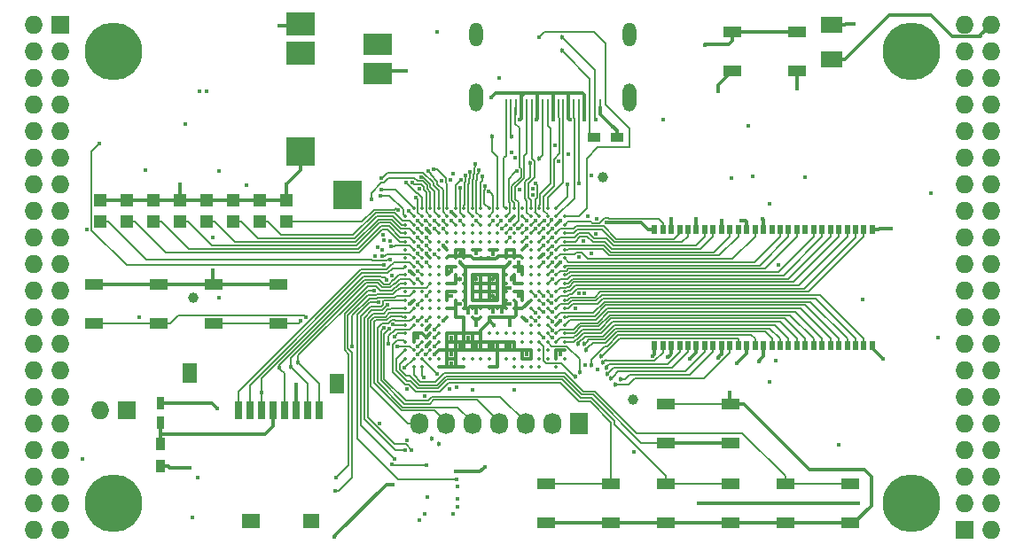
<source format=gtl>
G04 #@! TF.FileFunction,Copper,L1,Top,Signal*
%FSLAX46Y46*%
G04 Gerber Fmt 4.6, Leading zero omitted, Abs format (unit mm)*
G04 Created by KiCad (PCBNEW 4.0.5+dfsg1-4) date Wed May 17 15:07:01 2017*
%MOMM*%
%LPD*%
G01*
G04 APERTURE LIST*
%ADD10C,0.100000*%
%ADD11C,0.350000*%
%ADD12R,2.032000X1.524000*%
%ADD13R,0.700000X1.800000*%
%ADD14R,1.600000X1.400000*%
%ADD15R,1.800000X1.400000*%
%ADD16R,1.400000X1.900000*%
%ADD17R,1.800000X1.100000*%
%ADD18R,1.198880X1.198880*%
%ADD19R,2.800000X2.200000*%
%ADD20R,2.800000X2.800000*%
%ADD21R,2.800000X2.000000*%
%ADD22R,0.560000X0.900000*%
%ADD23O,1.300000X2.700000*%
%ADD24O,1.300000X2.300000*%
%ADD25R,0.250000X1.600000*%
%ADD26R,1.727200X1.727200*%
%ADD27O,1.727200X1.727200*%
%ADD28C,5.500000*%
%ADD29R,1.200000X0.900000*%
%ADD30R,1.727200X2.032000*%
%ADD31O,1.727200X2.032000*%
%ADD32R,0.750000X1.200000*%
%ADD33R,0.900000X1.200000*%
%ADD34C,0.400000*%
%ADD35C,0.454000*%
%ADD36C,1.000000*%
%ADD37C,0.300000*%
%ADD38C,0.190000*%
%ADD39C,0.200000*%
G04 APERTURE END LIST*
D10*
D11*
X131680000Y-80200000D03*
X132480000Y-80200000D03*
X133280000Y-80200000D03*
X134080000Y-80200000D03*
X134880000Y-80200000D03*
X135680000Y-80200000D03*
X136480000Y-80200000D03*
X137280000Y-80200000D03*
X138080000Y-80200000D03*
X138880000Y-80200000D03*
X139680000Y-80200000D03*
X140480000Y-80200000D03*
X141280000Y-80200000D03*
X142080000Y-80200000D03*
X142880000Y-80200000D03*
X143680000Y-80200000D03*
X144480000Y-80200000D03*
X145280000Y-80200000D03*
X130880000Y-81000000D03*
X131680000Y-81000000D03*
X132480000Y-81000000D03*
X133280000Y-81000000D03*
X134080000Y-81000000D03*
X134880000Y-81000000D03*
X135680000Y-81000000D03*
X136480000Y-81000000D03*
X137280000Y-81000000D03*
X138080000Y-81000000D03*
X138880000Y-81000000D03*
X139680000Y-81000000D03*
X140480000Y-81000000D03*
X141280000Y-81000000D03*
X142080000Y-81000000D03*
X142880000Y-81000000D03*
X143680000Y-81000000D03*
X144480000Y-81000000D03*
X145280000Y-81000000D03*
X146080000Y-81000000D03*
X130880000Y-81800000D03*
X131680000Y-81800000D03*
X132480000Y-81800000D03*
X133280000Y-81800000D03*
X134080000Y-81800000D03*
X134880000Y-81800000D03*
X135680000Y-81800000D03*
X136480000Y-81800000D03*
X137280000Y-81800000D03*
X138080000Y-81800000D03*
X138880000Y-81800000D03*
X139680000Y-81800000D03*
X140480000Y-81800000D03*
X141280000Y-81800000D03*
X142080000Y-81800000D03*
X142880000Y-81800000D03*
X143680000Y-81800000D03*
X144480000Y-81800000D03*
X145280000Y-81800000D03*
X146080000Y-81800000D03*
X130880000Y-82600000D03*
X131680000Y-82600000D03*
X132480000Y-82600000D03*
X133280000Y-82600000D03*
X134080000Y-82600000D03*
X134880000Y-82600000D03*
X135680000Y-82600000D03*
X136480000Y-82600000D03*
X137280000Y-82600000D03*
X138080000Y-82600000D03*
X138880000Y-82600000D03*
X139680000Y-82600000D03*
X140480000Y-82600000D03*
X141280000Y-82600000D03*
X142080000Y-82600000D03*
X142880000Y-82600000D03*
X143680000Y-82600000D03*
X144480000Y-82600000D03*
X145280000Y-82600000D03*
X146080000Y-82600000D03*
X130880000Y-83400000D03*
X131680000Y-83400000D03*
X132480000Y-83400000D03*
X133280000Y-83400000D03*
X134080000Y-83400000D03*
X134880000Y-83400000D03*
X135680000Y-83400000D03*
X136480000Y-83400000D03*
X137280000Y-83400000D03*
X138080000Y-83400000D03*
X138880000Y-83400000D03*
X139680000Y-83400000D03*
X140480000Y-83400000D03*
X141280000Y-83400000D03*
X142080000Y-83400000D03*
X142880000Y-83400000D03*
X143680000Y-83400000D03*
X144480000Y-83400000D03*
X145280000Y-83400000D03*
X146080000Y-83400000D03*
X130880000Y-84200000D03*
X131680000Y-84200000D03*
X132480000Y-84200000D03*
X133280000Y-84200000D03*
X134080000Y-84200000D03*
X134880000Y-84200000D03*
X135680000Y-84200000D03*
X136480000Y-84200000D03*
X137280000Y-84200000D03*
X138080000Y-84200000D03*
X138880000Y-84200000D03*
X139680000Y-84200000D03*
X140480000Y-84200000D03*
X141280000Y-84200000D03*
X142080000Y-84200000D03*
X142880000Y-84200000D03*
X143680000Y-84200000D03*
X144480000Y-84200000D03*
X145280000Y-84200000D03*
X146080000Y-84200000D03*
X130880000Y-85000000D03*
X131680000Y-85000000D03*
X132480000Y-85000000D03*
X133280000Y-85000000D03*
X134080000Y-85000000D03*
X134880000Y-85000000D03*
X135680000Y-85000000D03*
X136480000Y-85000000D03*
X137280000Y-85000000D03*
X138080000Y-85000000D03*
X138880000Y-85000000D03*
X139680000Y-85000000D03*
X140480000Y-85000000D03*
X141280000Y-85000000D03*
X142080000Y-85000000D03*
X142880000Y-85000000D03*
X143680000Y-85000000D03*
X144480000Y-85000000D03*
X145280000Y-85000000D03*
X146080000Y-85000000D03*
X130880000Y-85800000D03*
X131680000Y-85800000D03*
X132480000Y-85800000D03*
X133280000Y-85800000D03*
X134080000Y-85800000D03*
X134880000Y-85800000D03*
X135680000Y-85800000D03*
X136480000Y-85800000D03*
X137280000Y-85800000D03*
X138080000Y-85800000D03*
X138880000Y-85800000D03*
X139680000Y-85800000D03*
X140480000Y-85800000D03*
X141280000Y-85800000D03*
X142080000Y-85800000D03*
X142880000Y-85800000D03*
X143680000Y-85800000D03*
X144480000Y-85800000D03*
X145280000Y-85800000D03*
X146080000Y-85800000D03*
X130880000Y-86600000D03*
X131680000Y-86600000D03*
X132480000Y-86600000D03*
X133280000Y-86600000D03*
X134080000Y-86600000D03*
X134880000Y-86600000D03*
X135680000Y-86600000D03*
X136480000Y-86600000D03*
X137280000Y-86600000D03*
X138080000Y-86600000D03*
X138880000Y-86600000D03*
X139680000Y-86600000D03*
X140480000Y-86600000D03*
X141280000Y-86600000D03*
X142080000Y-86600000D03*
X142880000Y-86600000D03*
X143680000Y-86600000D03*
X144480000Y-86600000D03*
X145280000Y-86600000D03*
X146080000Y-86600000D03*
X130880000Y-87400000D03*
X131680000Y-87400000D03*
X132480000Y-87400000D03*
X133280000Y-87400000D03*
X134080000Y-87400000D03*
X134880000Y-87400000D03*
X135680000Y-87400000D03*
X136480000Y-87400000D03*
X137280000Y-87400000D03*
X138080000Y-87400000D03*
X138880000Y-87400000D03*
X139680000Y-87400000D03*
X140480000Y-87400000D03*
X141280000Y-87400000D03*
X142080000Y-87400000D03*
X142880000Y-87400000D03*
X143680000Y-87400000D03*
X144480000Y-87400000D03*
X145280000Y-87400000D03*
X146080000Y-87400000D03*
X130880000Y-88200000D03*
X131680000Y-88200000D03*
X132480000Y-88200000D03*
X133280000Y-88200000D03*
X134080000Y-88200000D03*
X134880000Y-88200000D03*
X135680000Y-88200000D03*
X136480000Y-88200000D03*
X137280000Y-88200000D03*
X138080000Y-88200000D03*
X138880000Y-88200000D03*
X139680000Y-88200000D03*
X140480000Y-88200000D03*
X141280000Y-88200000D03*
X142080000Y-88200000D03*
X142880000Y-88200000D03*
X143680000Y-88200000D03*
X144480000Y-88200000D03*
X145280000Y-88200000D03*
X146080000Y-88200000D03*
X130880000Y-89000000D03*
X131680000Y-89000000D03*
X132480000Y-89000000D03*
X133280000Y-89000000D03*
X134080000Y-89000000D03*
X134880000Y-89000000D03*
X135680000Y-89000000D03*
X136480000Y-89000000D03*
X137280000Y-89000000D03*
X138080000Y-89000000D03*
X138880000Y-89000000D03*
X139680000Y-89000000D03*
X140480000Y-89000000D03*
X141280000Y-89000000D03*
X142080000Y-89000000D03*
X142880000Y-89000000D03*
X143680000Y-89000000D03*
X144480000Y-89000000D03*
X145280000Y-89000000D03*
X146080000Y-89000000D03*
X130880000Y-89800000D03*
X131680000Y-89800000D03*
X132480000Y-89800000D03*
X133280000Y-89800000D03*
X134080000Y-89800000D03*
X134880000Y-89800000D03*
X135680000Y-89800000D03*
X136480000Y-89800000D03*
X137280000Y-89800000D03*
X138080000Y-89800000D03*
X138880000Y-89800000D03*
X139680000Y-89800000D03*
X140480000Y-89800000D03*
X141280000Y-89800000D03*
X142080000Y-89800000D03*
X142880000Y-89800000D03*
X143680000Y-89800000D03*
X144480000Y-89800000D03*
X145280000Y-89800000D03*
X146080000Y-89800000D03*
X130880000Y-90600000D03*
X131680000Y-90600000D03*
X132480000Y-90600000D03*
X133280000Y-90600000D03*
X134080000Y-90600000D03*
X134880000Y-90600000D03*
X135680000Y-90600000D03*
X136480000Y-90600000D03*
X137280000Y-90600000D03*
X138080000Y-90600000D03*
X138880000Y-90600000D03*
X139680000Y-90600000D03*
X140480000Y-90600000D03*
X141280000Y-90600000D03*
X142080000Y-90600000D03*
X142880000Y-90600000D03*
X143680000Y-90600000D03*
X144480000Y-90600000D03*
X145280000Y-90600000D03*
X146080000Y-90600000D03*
X130880000Y-91400000D03*
X131680000Y-91400000D03*
X132480000Y-91400000D03*
X133280000Y-91400000D03*
X134080000Y-91400000D03*
X142880000Y-91400000D03*
X143680000Y-91400000D03*
X144480000Y-91400000D03*
X145280000Y-91400000D03*
X146080000Y-91400000D03*
X130880000Y-92200000D03*
X131680000Y-92200000D03*
X132480000Y-92200000D03*
X133280000Y-92200000D03*
X134080000Y-92200000D03*
X134880000Y-92200000D03*
X135680000Y-92200000D03*
X136480000Y-92200000D03*
X137280000Y-92200000D03*
X138080000Y-92200000D03*
X138880000Y-92200000D03*
X139680000Y-92200000D03*
X140480000Y-92200000D03*
X141280000Y-92200000D03*
X142080000Y-92200000D03*
X142880000Y-92200000D03*
X143680000Y-92200000D03*
X144480000Y-92200000D03*
X145280000Y-92200000D03*
X146080000Y-92200000D03*
X130880000Y-93000000D03*
X131680000Y-93000000D03*
X132480000Y-93000000D03*
X133280000Y-93000000D03*
X134080000Y-93000000D03*
X134880000Y-93000000D03*
X135680000Y-93000000D03*
X136480000Y-93000000D03*
X137280000Y-93000000D03*
X138080000Y-93000000D03*
X138880000Y-93000000D03*
X139680000Y-93000000D03*
X140480000Y-93000000D03*
X141280000Y-93000000D03*
X142080000Y-93000000D03*
X142880000Y-93000000D03*
X143680000Y-93000000D03*
X144480000Y-93000000D03*
X145280000Y-93000000D03*
X146080000Y-93000000D03*
X130880000Y-93800000D03*
X131680000Y-93800000D03*
X132480000Y-93800000D03*
X133280000Y-93800000D03*
X134080000Y-93800000D03*
X134880000Y-93800000D03*
X135680000Y-93800000D03*
X136480000Y-93800000D03*
X137280000Y-93800000D03*
X138080000Y-93800000D03*
X138880000Y-93800000D03*
X139680000Y-93800000D03*
X140480000Y-93800000D03*
X141280000Y-93800000D03*
X142080000Y-93800000D03*
X142880000Y-93800000D03*
X143680000Y-93800000D03*
X144480000Y-93800000D03*
X145280000Y-93800000D03*
X146080000Y-93800000D03*
X130880000Y-94600000D03*
X131680000Y-94600000D03*
X132480000Y-94600000D03*
X133280000Y-94600000D03*
X134080000Y-94600000D03*
X134880000Y-94600000D03*
X135680000Y-94600000D03*
X136480000Y-94600000D03*
X137280000Y-94600000D03*
X138080000Y-94600000D03*
X138880000Y-94600000D03*
X139680000Y-94600000D03*
X140480000Y-94600000D03*
X141280000Y-94600000D03*
X142080000Y-94600000D03*
X142880000Y-94600000D03*
X143680000Y-94600000D03*
X144480000Y-94600000D03*
X145280000Y-94600000D03*
X146080000Y-94600000D03*
X131680000Y-95400000D03*
X132480000Y-95400000D03*
X134080000Y-95400000D03*
X134880000Y-95400000D03*
X135680000Y-95400000D03*
X136480000Y-95400000D03*
X138880000Y-95400000D03*
X139680000Y-95400000D03*
X141280000Y-95400000D03*
X142080000Y-95400000D03*
X142880000Y-95400000D03*
X143680000Y-95400000D03*
X145280000Y-95400000D03*
D12*
X171570000Y-65992000D03*
X171570000Y-62690000D03*
D13*
X114930000Y-99520000D03*
X116030000Y-99520000D03*
X117130000Y-99520000D03*
X118230000Y-99520000D03*
X119330000Y-99520000D03*
X120430000Y-99520000D03*
X121530000Y-99520000D03*
X122630000Y-99520000D03*
D14*
X121920000Y-110120000D03*
D15*
X116120000Y-110120000D03*
D16*
X124320000Y-96970000D03*
X110270000Y-95970000D03*
D17*
X101160000Y-87510000D03*
X107360000Y-87510000D03*
X101160000Y-91210000D03*
X107360000Y-91210000D03*
X112590000Y-87510000D03*
X118790000Y-87510000D03*
X112590000Y-91210000D03*
X118790000Y-91210000D03*
X155770000Y-98940000D03*
X161970000Y-98940000D03*
X155770000Y-102640000D03*
X161970000Y-102640000D03*
X161970000Y-110260000D03*
X155770000Y-110260000D03*
X161970000Y-106560000D03*
X155770000Y-106560000D03*
X150540000Y-110260000D03*
X144340000Y-110260000D03*
X150540000Y-106560000D03*
X144340000Y-106560000D03*
X173400000Y-110260000D03*
X167200000Y-110260000D03*
X173400000Y-106560000D03*
X167200000Y-106560000D03*
D18*
X119500000Y-81519020D03*
X119500000Y-79420980D03*
X116960000Y-81519020D03*
X116960000Y-79420980D03*
X114420000Y-81519020D03*
X114420000Y-79420980D03*
X111880000Y-81519020D03*
X111880000Y-79420980D03*
X109340000Y-81519020D03*
X109340000Y-79420980D03*
X106800000Y-81519020D03*
X106800000Y-79420980D03*
X104260000Y-81519020D03*
X104260000Y-79420980D03*
X101720000Y-81519020D03*
X101720000Y-79420980D03*
D19*
X120880000Y-62640000D03*
X120880000Y-65440000D03*
D20*
X120880000Y-74840000D03*
X125330000Y-78940000D03*
D21*
X128280000Y-67340000D03*
X128280000Y-64540000D03*
D22*
X175480000Y-82270000D03*
X154680000Y-93330000D03*
X155480000Y-93330000D03*
X156280000Y-93330000D03*
X157080000Y-93330000D03*
X157880000Y-93330000D03*
X158680000Y-93330000D03*
X159480000Y-93330000D03*
X160280000Y-93330000D03*
X161080000Y-93330000D03*
X161880000Y-93330000D03*
X162680000Y-93330000D03*
X163480000Y-93330000D03*
X164280000Y-93330000D03*
X165080000Y-93330000D03*
X165880000Y-93330000D03*
X166680000Y-93330000D03*
X167480000Y-93330000D03*
X168280000Y-93330000D03*
X169080000Y-93330000D03*
X169880000Y-93330000D03*
X170680000Y-93330000D03*
X171480000Y-93330000D03*
X172280000Y-93330000D03*
X173080000Y-93330000D03*
X173880000Y-93330000D03*
X174680000Y-93330000D03*
X175480000Y-93330000D03*
X174680000Y-82270000D03*
X173880000Y-82270000D03*
X173080000Y-82270000D03*
X172280000Y-82270000D03*
X171480000Y-82270000D03*
X170680000Y-82270000D03*
X169880000Y-82270000D03*
X169080000Y-82270000D03*
X168280000Y-82270000D03*
X167480000Y-82270000D03*
X166680000Y-82270000D03*
X165880000Y-82270000D03*
X165080000Y-82270000D03*
X164280000Y-82270000D03*
X163480000Y-82270000D03*
X162680000Y-82270000D03*
X161880000Y-82270000D03*
X161080000Y-82270000D03*
X160280000Y-82270000D03*
X159480000Y-82270000D03*
X158680000Y-82270000D03*
X157880000Y-82270000D03*
X157080000Y-82270000D03*
X156280000Y-82270000D03*
X155480000Y-82270000D03*
X154680000Y-82270000D03*
D23*
X152280000Y-69650000D03*
X137680000Y-69650000D03*
D24*
X137680000Y-63600000D03*
D25*
X140480000Y-70600000D03*
X140980000Y-70600000D03*
X141480000Y-70600000D03*
X141980000Y-70600000D03*
X142480000Y-70600000D03*
X142980000Y-70600000D03*
X143480000Y-70600000D03*
X143980000Y-70600000D03*
X144480000Y-70600000D03*
X144980000Y-70600000D03*
X145480000Y-70600000D03*
X145980000Y-70600000D03*
X146480000Y-70600000D03*
X146980000Y-70600000D03*
X147480000Y-70600000D03*
X147980000Y-70600000D03*
X148480000Y-70600000D03*
X148980000Y-70600000D03*
X149480000Y-70600000D03*
D24*
X152280000Y-63600000D03*
D26*
X97910000Y-62690000D03*
D27*
X95370000Y-62690000D03*
X97910000Y-65230000D03*
X95370000Y-65230000D03*
X97910000Y-67770000D03*
X95370000Y-67770000D03*
X97910000Y-70310000D03*
X95370000Y-70310000D03*
X97910000Y-72850000D03*
X95370000Y-72850000D03*
X97910000Y-75390000D03*
X95370000Y-75390000D03*
X97910000Y-77930000D03*
X95370000Y-77930000D03*
X97910000Y-80470000D03*
X95370000Y-80470000D03*
X97910000Y-83010000D03*
X95370000Y-83010000D03*
X97910000Y-85550000D03*
X95370000Y-85550000D03*
X97910000Y-88090000D03*
X95370000Y-88090000D03*
X97910000Y-90630000D03*
X95370000Y-90630000D03*
X97910000Y-93170000D03*
X95370000Y-93170000D03*
X97910000Y-95710000D03*
X95370000Y-95710000D03*
X97910000Y-98250000D03*
X95370000Y-98250000D03*
X97910000Y-100790000D03*
X95370000Y-100790000D03*
X97910000Y-103330000D03*
X95370000Y-103330000D03*
X97910000Y-105870000D03*
X95370000Y-105870000D03*
X97910000Y-108410000D03*
X95370000Y-108410000D03*
X97910000Y-110950000D03*
X95370000Y-110950000D03*
D26*
X184270000Y-110950000D03*
D27*
X186810000Y-110950000D03*
X184270000Y-108410000D03*
X186810000Y-108410000D03*
X184270000Y-105870000D03*
X186810000Y-105870000D03*
X184270000Y-103330000D03*
X186810000Y-103330000D03*
X184270000Y-100790000D03*
X186810000Y-100790000D03*
X184270000Y-98250000D03*
X186810000Y-98250000D03*
X184270000Y-95710000D03*
X186810000Y-95710000D03*
X184270000Y-93170000D03*
X186810000Y-93170000D03*
X184270000Y-90630000D03*
X186810000Y-90630000D03*
X184270000Y-88090000D03*
X186810000Y-88090000D03*
X184270000Y-85550000D03*
X186810000Y-85550000D03*
X184270000Y-83010000D03*
X186810000Y-83010000D03*
X184270000Y-80470000D03*
X186810000Y-80470000D03*
X184270000Y-77930000D03*
X186810000Y-77930000D03*
X184270000Y-75390000D03*
X186810000Y-75390000D03*
X184270000Y-72850000D03*
X186810000Y-72850000D03*
X184270000Y-70310000D03*
X186810000Y-70310000D03*
X184270000Y-67770000D03*
X186810000Y-67770000D03*
X184270000Y-65230000D03*
X186810000Y-65230000D03*
X184270000Y-62690000D03*
X186810000Y-62690000D03*
D28*
X102990000Y-108410000D03*
X179190000Y-108410000D03*
X179190000Y-65230000D03*
X102990000Y-65230000D03*
D17*
X168320000Y-67080000D03*
X162120000Y-67080000D03*
X168320000Y-63380000D03*
X162120000Y-63380000D03*
D29*
X151080000Y-73485000D03*
X148880000Y-73485000D03*
D26*
X104260000Y-99520000D03*
D27*
X101720000Y-99520000D03*
D30*
X147440000Y-100790000D03*
D31*
X144900000Y-100790000D03*
X142360000Y-100790000D03*
X139820000Y-100790000D03*
X137280000Y-100790000D03*
X134740000Y-100790000D03*
X132200000Y-100790000D03*
D32*
X107480000Y-100750000D03*
X107480000Y-98850000D03*
D33*
X107480000Y-102700000D03*
X107480000Y-104900000D03*
D34*
X124080000Y-111613469D03*
X112935911Y-99344089D03*
X131254529Y-86251357D03*
X166480000Y-85600000D03*
X146602990Y-71792990D03*
X141828352Y-71792990D03*
X144966727Y-71792990D03*
X143392702Y-71792990D03*
X147987057Y-71792990D03*
X159480000Y-64600000D03*
X161995000Y-77315000D03*
X164978793Y-81224197D03*
X140880000Y-81400000D03*
X106080000Y-76600000D03*
X119500000Y-77930000D03*
X136085174Y-89394826D03*
X109340000Y-77930000D03*
X145680000Y-91000000D03*
X135280000Y-80600000D03*
X145680000Y-81400000D03*
X177280000Y-82200000D03*
X139080000Y-69600000D03*
X120430000Y-97050000D03*
X150080000Y-81600000D03*
X161080000Y-81400000D03*
X156280000Y-81200000D03*
X129680000Y-106600000D03*
X131280000Y-89400000D03*
X162560000Y-95000000D03*
X158080000Y-94600000D03*
X133690245Y-94180159D03*
D35*
X139312644Y-91359700D03*
D34*
X140874194Y-91433353D03*
X145680000Y-85422010D03*
X132880424Y-84565132D03*
X144080000Y-84600000D03*
X145680000Y-94200000D03*
X135280000Y-95000000D03*
X135280000Y-94200000D03*
X142480000Y-94200000D03*
X140880000Y-93400000D03*
X139280000Y-93400000D03*
X137680000Y-93400000D03*
X136080000Y-93400000D03*
X136880000Y-92600000D03*
X135280000Y-92600000D03*
X132880000Y-91800000D03*
X132880000Y-93400000D03*
X132880000Y-82200000D03*
D35*
X141042859Y-86994997D03*
X139280000Y-87000000D03*
X136110990Y-86995403D03*
X139280000Y-88600000D03*
X137680000Y-87000000D03*
X136080000Y-84600000D03*
D34*
X132955035Y-107839890D03*
X100476549Y-82262641D03*
X173680000Y-62600000D03*
X150641998Y-72427990D03*
X164080000Y-77200000D03*
X165680000Y-79800000D03*
X166280000Y-94800000D03*
X172280000Y-102800000D03*
X113118284Y-76646896D03*
X181730000Y-92550000D03*
X109880000Y-72200000D03*
X112515000Y-83010000D03*
X165680000Y-96800000D03*
X133880000Y-63400000D03*
X148639876Y-77124934D03*
X181065000Y-78785000D03*
X128441330Y-100795881D03*
X162950497Y-81440902D03*
X174587990Y-88973349D03*
X110529662Y-109760338D03*
X110280000Y-105000000D03*
X100080000Y-104200000D03*
X115690000Y-78010000D03*
X113080000Y-88800000D03*
X139820000Y-67770000D03*
X164653770Y-94825547D03*
X160734802Y-94505582D03*
X155945719Y-94444824D03*
X154480000Y-94400000D03*
X158680000Y-81200000D03*
X176480000Y-94600000D03*
D36*
X149710735Y-77289735D03*
D34*
X137665894Y-91402446D03*
X135273306Y-88618602D03*
X139272517Y-84611349D03*
X137680556Y-84534085D03*
X141680000Y-86200000D03*
X135280000Y-86200000D03*
X132880000Y-92600000D03*
X132080000Y-92600000D03*
X141680000Y-88600000D03*
X141680000Y-85400000D03*
D36*
X152621047Y-98519969D03*
D34*
X136885174Y-90194826D03*
X140094890Y-90122990D03*
X139280000Y-90122990D03*
X140880000Y-89400000D03*
X137680000Y-90172990D03*
X140880000Y-87800000D03*
X140880000Y-85400000D03*
D35*
X136080000Y-85400000D03*
D34*
X129708451Y-91353881D03*
X121408624Y-90632457D03*
X129813284Y-92511909D03*
X120880000Y-91000000D03*
D36*
X110593658Y-88756708D03*
D34*
X142480000Y-91000000D03*
X142480000Y-83800000D03*
X134480000Y-83800000D03*
X134480000Y-91000000D03*
X155480000Y-71722990D03*
X105480000Y-90600000D03*
X174110000Y-108410000D03*
X158870000Y-108410000D03*
X137288700Y-97538741D03*
X135884156Y-106800406D03*
X133680000Y-91800000D03*
D35*
X134074414Y-102752225D03*
D34*
X135085458Y-97531790D03*
X135855186Y-108022639D03*
D35*
X133449289Y-102232615D03*
D34*
X133680000Y-92600000D03*
X132752670Y-98178947D03*
X129563728Y-104680338D03*
X132918584Y-104800000D03*
X135853254Y-108792386D03*
X133685668Y-93402482D03*
X131029139Y-97490597D03*
X132846234Y-94197073D03*
X131019992Y-102364188D03*
X135471949Y-109409592D03*
X118810854Y-62760893D03*
X130927442Y-67119621D03*
D35*
X145851858Y-65189228D03*
D34*
X149080000Y-71792990D03*
D35*
X145873729Y-63920849D03*
D34*
X143680000Y-63900000D03*
X140035989Y-81400000D03*
X129095296Y-87048250D03*
X132077895Y-86214963D03*
X117121665Y-97817265D03*
X118843798Y-95498222D03*
D35*
X119978162Y-95412951D03*
X120634035Y-94977604D03*
D34*
X168332253Y-68794691D03*
X160775000Y-69040000D03*
X147480000Y-77822010D03*
X146387166Y-77918991D03*
X131453853Y-103296209D03*
D35*
X148653935Y-95239949D03*
D34*
X144885216Y-91021238D03*
D35*
X149619858Y-94378867D03*
D34*
X144885689Y-90132858D03*
D35*
X150895161Y-97104924D03*
D34*
X144890381Y-83866022D03*
D35*
X151426924Y-96525191D03*
D34*
X144894101Y-83022010D03*
D35*
X150518912Y-96497510D03*
D34*
X144901285Y-86268736D03*
D35*
X150197861Y-96013257D03*
D34*
X144888562Y-86993817D03*
D35*
X150072035Y-95446034D03*
D34*
X144877648Y-88622010D03*
D35*
X149779241Y-94944191D03*
D34*
X144869421Y-89288847D03*
D35*
X148110244Y-93760618D03*
D34*
X144882782Y-91877646D03*
D35*
X147402091Y-93209005D03*
D34*
X144080000Y-92600000D03*
D35*
X147982902Y-93193733D03*
D34*
X144882352Y-92577990D03*
X130807074Y-95454141D03*
X130124012Y-93413277D03*
X132080000Y-93400000D03*
X129280000Y-93200000D03*
X133919980Y-96038729D03*
X141280000Y-97600000D03*
X132637131Y-96383903D03*
X135770000Y-97338127D03*
X132080000Y-94200000D03*
X128653889Y-84753362D03*
X111080000Y-106000000D03*
X129212186Y-89483335D03*
X132080000Y-89444020D03*
X130839486Y-103354982D03*
X129880000Y-104200000D03*
X128368806Y-89230204D03*
X132880000Y-88600000D03*
X135778649Y-106163691D03*
X127885556Y-88096503D03*
X124253981Y-105982535D03*
X132080000Y-87000000D03*
X125827283Y-93452662D03*
X124202418Y-107207639D03*
D35*
X139185419Y-73378045D03*
X141029139Y-73391006D03*
X143625670Y-75521246D03*
X142775852Y-75939146D03*
D34*
X132230517Y-110025582D03*
X111880000Y-69040000D03*
X132748035Y-109420684D03*
X111230000Y-69025000D03*
X135158117Y-77502884D03*
X135274882Y-81390604D03*
X134546021Y-81390604D03*
X133091535Y-76687359D03*
X133595078Y-76531839D03*
X128595255Y-77377807D03*
X127643658Y-79355564D03*
X128515897Y-78994176D03*
X128569727Y-78469921D03*
X131565025Y-77790995D03*
X132210454Y-78375833D03*
X132857990Y-81390526D03*
X128777156Y-82759758D03*
X132084821Y-82977990D03*
X128853749Y-83281175D03*
X132886504Y-83777990D03*
X129438897Y-83319395D03*
X132117443Y-83866021D03*
X128212022Y-83931295D03*
X132079996Y-84503337D03*
X128694529Y-84227919D03*
X133671942Y-84595200D03*
X127967496Y-84773215D03*
X132875802Y-85421990D03*
D35*
X147131990Y-96348010D03*
X147526704Y-95921658D03*
D34*
X148074116Y-95229326D03*
X143280000Y-91000000D03*
X149207706Y-95605291D03*
X144082424Y-90132858D03*
X147125926Y-89802879D03*
X144035793Y-89397606D03*
X143281824Y-90201951D03*
X144080517Y-85397219D03*
X147422472Y-84858593D03*
X144886544Y-85385186D03*
X149110027Y-82710554D03*
X144080000Y-83000000D03*
X144885092Y-82177990D03*
X147470668Y-88324835D03*
X144082832Y-88584510D03*
X147997681Y-88324844D03*
X143278026Y-88595030D03*
X149131913Y-81202010D03*
X144076901Y-82186448D03*
X148337768Y-80975785D03*
X144866392Y-81333979D03*
X139280000Y-81400000D03*
X138857381Y-78600803D03*
X138474753Y-78117762D03*
X138223359Y-77164182D03*
X137589337Y-75974186D03*
X137906348Y-76577236D03*
X137680000Y-81400000D03*
X137023753Y-76742518D03*
X136645199Y-77109176D03*
X136170384Y-77530992D03*
X136102010Y-78268593D03*
X135473781Y-76949230D03*
X136080000Y-81400000D03*
X148668800Y-84550312D03*
X144877691Y-84532933D03*
X147904113Y-83328694D03*
X144080000Y-83800000D03*
X143020312Y-78979262D03*
X142473549Y-82998913D03*
X143087229Y-78375187D03*
X142457990Y-82191394D03*
X145494004Y-75718570D03*
X144146021Y-81374784D03*
X143323210Y-77837480D03*
X146456648Y-75056695D03*
X143302010Y-82194992D03*
X143302010Y-81381735D03*
X141820108Y-78446944D03*
X145172870Y-74240536D03*
X141657990Y-82130345D03*
X142457990Y-81382236D03*
X140080000Y-82200000D03*
X141499915Y-76647924D03*
X141046643Y-74873804D03*
X140864029Y-83041403D03*
X140924011Y-82179283D03*
X141329877Y-75415642D03*
X129594186Y-86638732D03*
X132880000Y-83000000D03*
X132080000Y-82177990D03*
X132080000Y-81400000D03*
X131880000Y-79200000D03*
X130919839Y-77742623D03*
X132397609Y-77214811D03*
X133680000Y-82200000D03*
X133702010Y-81400000D03*
X129354999Y-91744794D03*
X132880000Y-91000000D03*
X128834973Y-91659271D03*
X132077648Y-90977990D03*
X130173445Y-80398223D03*
X131180000Y-80500000D03*
X129457872Y-85128393D03*
X132079620Y-85370951D03*
X134314106Y-77564232D03*
X163632576Y-72315545D03*
X134480000Y-82200000D03*
X138500159Y-104911875D03*
X135680000Y-105400000D03*
X152728307Y-103529015D03*
X169030000Y-77295000D03*
X129547441Y-83835108D03*
X128811330Y-85672734D03*
X101680000Y-74000000D03*
X112515000Y-86185000D03*
X161880000Y-97800000D03*
D37*
X120880000Y-74840000D02*
X120880000Y-76550000D01*
X120880000Y-76550000D02*
X119500000Y-77930000D01*
X129093469Y-106600000D02*
X124279999Y-111413470D01*
X129680000Y-106600000D02*
X129093469Y-106600000D01*
X124279999Y-111413470D02*
X124080000Y-111613469D01*
X112735912Y-99144090D02*
X112935911Y-99344089D01*
X107480000Y-98850000D02*
X112441822Y-98850000D01*
X112441822Y-98850000D02*
X112735912Y-99144090D01*
X131331357Y-86251357D02*
X131254529Y-86251357D01*
X131680000Y-86600000D02*
X131331357Y-86251357D01*
X146480000Y-71700000D02*
X146572990Y-71792990D01*
X146572990Y-71792990D02*
X146602990Y-71792990D01*
X141887010Y-71792990D02*
X141828352Y-71792990D01*
X147980000Y-71785933D02*
X147987057Y-71792990D01*
X141980000Y-70600000D02*
X141980000Y-71700000D01*
X143480000Y-71705692D02*
X143392702Y-71792990D01*
X141980000Y-71700000D02*
X141887010Y-71792990D01*
X144980000Y-71779717D02*
X144966727Y-71792990D01*
X146480000Y-70600000D02*
X146480000Y-71700000D01*
X147980000Y-70600000D02*
X147980000Y-71785933D01*
X143480000Y-70600000D02*
X143480000Y-71705692D01*
X144980000Y-70600000D02*
X144980000Y-71779717D01*
X168320000Y-63380000D02*
X162120000Y-63380000D01*
X162120000Y-63380000D02*
X162120000Y-64230000D01*
X162120000Y-64230000D02*
X161755000Y-64595000D01*
X161755000Y-64595000D02*
X159485000Y-64595000D01*
X159485000Y-64595000D02*
X159480000Y-64600000D01*
X165058793Y-81304197D02*
X164978793Y-81224197D01*
X165080000Y-81325404D02*
X165058793Y-81304197D01*
X165080000Y-82270000D02*
X165080000Y-81325404D01*
X141280000Y-81000000D02*
X140880000Y-81400000D01*
X119500000Y-79420980D02*
X119500000Y-77930000D01*
X135685174Y-89394826D02*
X135802332Y-89394826D01*
X135680000Y-89400000D02*
X135685174Y-89394826D01*
X135802332Y-89394826D02*
X136085174Y-89394826D01*
X109340000Y-79420980D02*
X109340000Y-77930000D01*
X145454999Y-91225001D02*
X145680000Y-91000000D01*
X145280000Y-91400000D02*
X145454999Y-91225001D01*
X135680000Y-81000000D02*
X135280000Y-80600000D01*
X135054999Y-84825001D02*
X137080000Y-84825001D01*
X137280000Y-85000000D02*
X137105001Y-84825001D01*
X137105001Y-84825001D02*
X137080000Y-84825001D01*
X138280000Y-85088351D02*
X137368351Y-85088351D01*
X137368351Y-85088351D02*
X137280000Y-85000000D01*
X139680000Y-86600000D02*
X139280000Y-87000000D01*
X139680000Y-88200000D02*
X139680000Y-89000000D01*
X139680000Y-87400000D02*
X139680000Y-88200000D01*
X139680000Y-86600000D02*
X139680000Y-87400000D01*
X137280000Y-88200000D02*
X137280000Y-89000000D01*
X137280000Y-87400000D02*
X137280000Y-88200000D01*
X137280000Y-86600000D02*
X137280000Y-87400000D01*
X138880000Y-87400000D02*
X138880000Y-88200000D01*
X138880000Y-86600000D02*
X138880000Y-87400000D01*
X138080000Y-87400000D02*
X138080000Y-86600000D01*
X138080000Y-88200000D02*
X138080000Y-87400000D01*
X138080000Y-89000000D02*
X138080000Y-88200000D01*
X138080000Y-88200000D02*
X138880000Y-88200000D01*
X138080000Y-87400000D02*
X138880000Y-87400000D01*
X137280000Y-87400000D02*
X138080000Y-87400000D01*
X145454999Y-81625001D02*
X145680000Y-81400000D01*
X145280000Y-81800000D02*
X145454999Y-81625001D01*
X176130000Y-82200000D02*
X177280000Y-82200000D01*
X175480000Y-82270000D02*
X176060000Y-82270000D01*
X176060000Y-82270000D02*
X176130000Y-82200000D01*
X139480000Y-69200000D02*
X139080000Y-69600000D01*
X142280000Y-69200000D02*
X139480000Y-69200000D01*
X120430000Y-99520000D02*
X120430000Y-97050000D01*
X153430000Y-81600000D02*
X150080000Y-81600000D01*
X154680000Y-82270000D02*
X154100000Y-82270000D01*
X154100000Y-82270000D02*
X153430000Y-81600000D01*
X161080000Y-81520000D02*
X161080000Y-81400000D01*
X161080000Y-82270000D02*
X161080000Y-81520000D01*
X156280000Y-82270000D02*
X156280000Y-81200000D01*
X141480000Y-89800000D02*
X141480000Y-89200000D01*
X141480000Y-89200000D02*
X141280000Y-89000000D01*
X141280000Y-89800000D02*
X141480000Y-89800000D01*
X141480000Y-89800000D02*
X142080000Y-89800000D01*
X141454999Y-90425001D02*
X141454999Y-89825001D01*
X141454999Y-89825001D02*
X141480000Y-89800000D01*
X131680000Y-89000000D02*
X131280000Y-89400000D01*
X163480000Y-93330000D02*
X163480000Y-94080000D01*
X163480000Y-94080000D02*
X162560000Y-95000000D01*
X158680000Y-93330000D02*
X158680000Y-94005008D01*
X158680000Y-94005008D02*
X158085008Y-94600000D01*
X158085008Y-94600000D02*
X158080000Y-94600000D01*
X133699841Y-94180159D02*
X133690245Y-94180159D01*
X134080000Y-93800000D02*
X133699841Y-94180159D01*
X139085645Y-91132701D02*
X139312644Y-91359700D01*
X138880000Y-90927056D02*
X139085645Y-91132701D01*
X138880000Y-90600000D02*
X138880000Y-90927056D01*
X140874194Y-90605806D02*
X140874194Y-91150511D01*
X140880000Y-90600000D02*
X140874194Y-90605806D01*
X140874194Y-91150511D02*
X140874194Y-91433353D01*
X140480000Y-90600000D02*
X140880000Y-90600000D01*
X140880000Y-90600000D02*
X141280000Y-90600000D01*
X139680000Y-90600000D02*
X140480000Y-90600000D01*
X138880000Y-90600000D02*
X139680000Y-90600000D01*
X145280000Y-85800000D02*
X145657990Y-85422010D01*
X145657990Y-85422010D02*
X145680000Y-85422010D01*
X133280000Y-85000000D02*
X132880424Y-84600424D01*
X132880424Y-84600424D02*
X132880424Y-84565132D01*
X141280000Y-85000000D02*
X141280000Y-84800000D01*
X141280000Y-84200000D02*
X141280000Y-85000000D01*
X140480000Y-84200000D02*
X141280000Y-84200000D01*
X141280000Y-84800000D02*
X141280000Y-84200000D01*
X141905001Y-84825001D02*
X141305001Y-84825001D01*
X141305001Y-84825001D02*
X141280000Y-84800000D01*
X140480000Y-85000000D02*
X140480000Y-84200000D01*
X139680000Y-85000000D02*
X139680000Y-84898347D01*
X139680000Y-84898347D02*
X139753346Y-84825001D01*
X138280000Y-85088351D02*
X138680000Y-85088351D01*
X138280000Y-85088351D02*
X139489996Y-85088351D01*
X138080000Y-85000000D02*
X138191649Y-85000000D01*
X138191649Y-85000000D02*
X138280000Y-85088351D01*
X138880000Y-85000000D02*
X138768351Y-85000000D01*
X138768351Y-85000000D02*
X138680000Y-85088351D01*
X135680000Y-84200000D02*
X135680000Y-84800000D01*
X135680000Y-84800000D02*
X135680000Y-85000000D01*
X135054999Y-84825001D02*
X135654999Y-84825001D01*
X135654999Y-84825001D02*
X135680000Y-84800000D01*
X136480000Y-85000000D02*
X136480000Y-84200000D01*
X134880000Y-85000000D02*
X135054999Y-84825001D01*
X138880000Y-87400000D02*
X139680000Y-87400000D01*
X138880000Y-88200000D02*
X138880000Y-89000000D01*
X138880000Y-88200000D02*
X139680000Y-88200000D01*
X137280000Y-88200000D02*
X138080000Y-88200000D01*
X141280000Y-90600000D02*
X141454999Y-90425001D01*
X142280000Y-69200000D02*
X143480000Y-69200000D01*
X143480000Y-69200000D02*
X144980000Y-69200000D01*
X143480000Y-70600000D02*
X143480000Y-69200000D01*
X144980000Y-69200000D02*
X146480000Y-69200000D01*
X144980000Y-70600000D02*
X144980000Y-69200000D01*
X146480000Y-69200000D02*
X147780000Y-69200000D01*
X146480000Y-70600000D02*
X146480000Y-69200000D01*
X147980000Y-69400000D02*
X147980000Y-70600000D01*
X147780000Y-69200000D02*
X147980000Y-69400000D01*
X141980000Y-70600000D02*
X141980000Y-69500000D01*
X141980000Y-69500000D02*
X142280000Y-69200000D01*
X116960000Y-79420980D02*
X119500000Y-79420980D01*
X114420000Y-79420980D02*
X116960000Y-79420980D01*
X111880000Y-79420980D02*
X114420000Y-79420980D01*
X109340000Y-79420980D02*
X111880000Y-79420980D01*
X106800000Y-79420980D02*
X109340000Y-79420980D01*
X104260000Y-79420980D02*
X106800000Y-79420980D01*
X101720000Y-79420980D02*
X104260000Y-79420980D01*
X143680000Y-85000000D02*
X144080000Y-84600000D01*
X142080000Y-89800000D02*
X142880000Y-89000000D01*
X145680000Y-93800000D02*
X145280000Y-93800000D01*
X146080000Y-93800000D02*
X145680000Y-93800000D01*
X145680000Y-93800000D02*
X145680000Y-94200000D01*
X135680000Y-89400000D02*
X135680000Y-89800000D01*
X135680000Y-89000000D02*
X135680000Y-89400000D01*
X135280000Y-95400000D02*
X135680000Y-95400000D01*
X134880000Y-95400000D02*
X135280000Y-95400000D01*
X135280000Y-95400000D02*
X135280000Y-95000000D01*
X135280000Y-93800000D02*
X135680000Y-93800000D01*
X134880000Y-93800000D02*
X135280000Y-93800000D01*
X135280000Y-93800000D02*
X135280000Y-94200000D01*
X142480000Y-93800000D02*
X142080000Y-93800000D01*
X142880000Y-93800000D02*
X142480000Y-93800000D01*
X142480000Y-93800000D02*
X142480000Y-94200000D01*
X140880000Y-93000000D02*
X141280000Y-93000000D01*
X140480000Y-93000000D02*
X140880000Y-93000000D01*
X140880000Y-93000000D02*
X140880000Y-93400000D01*
X139280000Y-93000000D02*
X138880000Y-93000000D01*
X139680000Y-93000000D02*
X139280000Y-93000000D01*
X139280000Y-93000000D02*
X139280000Y-93400000D01*
X137680000Y-93000000D02*
X137280000Y-93000000D01*
X137680000Y-93000000D02*
X137680000Y-93400000D01*
X138080000Y-93000000D02*
X137680000Y-93000000D01*
X136080000Y-93000000D02*
X135680000Y-93000000D01*
X136480000Y-93000000D02*
X136080000Y-93000000D01*
X136080000Y-93000000D02*
X136080000Y-93400000D01*
X136880000Y-93000000D02*
X136480000Y-93000000D01*
X137280000Y-93000000D02*
X136880000Y-93000000D01*
X136880000Y-93000000D02*
X136880000Y-92600000D01*
X135280000Y-93000000D02*
X135680000Y-93000000D01*
X134880000Y-93000000D02*
X135280000Y-93000000D01*
X135280000Y-93000000D02*
X135280000Y-92600000D01*
X133280000Y-91400000D02*
X132880000Y-91800000D01*
X133280000Y-93000000D02*
X132880000Y-93400000D01*
X133280000Y-82600000D02*
X132880000Y-82200000D01*
X139753346Y-84825001D02*
X141905001Y-84825001D01*
X139489996Y-85088351D02*
X139753346Y-84825001D01*
X141905001Y-84825001D02*
X142080000Y-85000000D01*
X141042859Y-86837141D02*
X141042859Y-86994997D01*
X141280000Y-86600000D02*
X141042859Y-86837141D01*
X135684597Y-86995403D02*
X135789964Y-86995403D01*
X135680000Y-87000000D02*
X135684597Y-86995403D01*
X135789964Y-86995403D02*
X136110990Y-86995403D01*
X135680000Y-87000000D02*
X135680000Y-86600000D01*
X135680000Y-87400000D02*
X135680000Y-87000000D01*
X138880000Y-90600000D02*
X138880000Y-91091880D01*
X138880000Y-91091880D02*
X138080000Y-91891880D01*
X138080000Y-91891880D02*
X138080000Y-92200000D01*
X136480000Y-90600000D02*
X136480000Y-92200000D01*
X139680000Y-89000000D02*
X139280000Y-88600000D01*
X137280000Y-86600000D02*
X137680000Y-87000000D01*
X136480000Y-84200000D02*
X136080000Y-84600000D01*
X141280000Y-86600000D02*
X141280000Y-87400000D01*
X142080000Y-87400000D02*
X141280000Y-87400000D01*
X135680000Y-84200000D02*
X136480000Y-84200000D01*
X134880000Y-87400000D02*
X135680000Y-87400000D01*
X138880000Y-86600000D02*
X139680000Y-86600000D01*
X138080000Y-86600000D02*
X138880000Y-86600000D01*
X137280000Y-86600000D02*
X138080000Y-86600000D01*
X138880000Y-89000000D02*
X139680000Y-89000000D01*
X138080000Y-89000000D02*
X138880000Y-89000000D01*
X137280000Y-89000000D02*
X138080000Y-89000000D01*
X135680000Y-89800000D02*
X134880000Y-89800000D01*
X135680000Y-90600000D02*
X135680000Y-89800000D01*
X135680000Y-90600000D02*
X136480000Y-90600000D01*
X140480000Y-93000000D02*
X139680000Y-93000000D01*
X139680000Y-93800000D02*
X140480000Y-93800000D01*
X139680000Y-93800000D02*
X139680000Y-94600000D01*
X139680000Y-95400000D02*
X139680000Y-94600000D01*
X138880000Y-95400000D02*
X139680000Y-95400000D01*
X135680000Y-95400000D02*
X136480000Y-95400000D01*
X135680000Y-95400000D02*
X135680000Y-94600000D01*
X134880000Y-95400000D02*
X134080000Y-95400000D01*
X134880000Y-94600000D02*
X134880000Y-95400000D01*
X134080000Y-93800000D02*
X134880000Y-93800000D01*
X134880000Y-94600000D02*
X134880000Y-93800000D01*
X135680000Y-94600000D02*
X134880000Y-94600000D01*
X135680000Y-93800000D02*
X135680000Y-94600000D01*
X134880000Y-93000000D02*
X134880000Y-93800000D01*
X134880000Y-92200000D02*
X134880000Y-93000000D01*
X135680000Y-92200000D02*
X134880000Y-92200000D01*
X135680000Y-93800000D02*
X136480000Y-93800000D01*
X135680000Y-93000000D02*
X135680000Y-93800000D01*
X135680000Y-92200000D02*
X135680000Y-93000000D01*
X135680000Y-92200000D02*
X136480000Y-92200000D01*
X136480000Y-92200000D02*
X137280000Y-92200000D01*
X137280000Y-93800000D02*
X137280000Y-93000000D01*
X136480000Y-93800000D02*
X137280000Y-93800000D01*
X136480000Y-93000000D02*
X136480000Y-93800000D01*
X136480000Y-92200000D02*
X136480000Y-93000000D01*
X137280000Y-92200000D02*
X138080000Y-92200000D01*
X137280000Y-93800000D02*
X138080000Y-93800000D01*
X137280000Y-92200000D02*
X137280000Y-93000000D01*
X138080000Y-92200000D02*
X138080000Y-93000000D01*
X138080000Y-93000000D02*
X138880000Y-93000000D01*
X138080000Y-93800000D02*
X138080000Y-93000000D01*
X138880000Y-93800000D02*
X138080000Y-93800000D01*
X138880000Y-93000000D02*
X138880000Y-93800000D01*
X139680000Y-93800000D02*
X139680000Y-93000000D01*
X138880000Y-93800000D02*
X139680000Y-93800000D01*
X140480000Y-93000000D02*
X140480000Y-93800000D01*
X141280000Y-93000000D02*
X141280000Y-93800000D01*
X141280000Y-93800000D02*
X142080000Y-93800000D01*
X140480000Y-93800000D02*
X141280000Y-93800000D01*
X142080000Y-94600000D02*
X142880000Y-94600000D01*
X142080000Y-93800000D02*
X142080000Y-94600000D01*
X142880000Y-94600000D02*
X142880000Y-93800000D01*
X145280000Y-93800000D02*
X145280000Y-94600000D01*
X172976000Y-62600000D02*
X173680000Y-62600000D01*
X171570000Y-62690000D02*
X172886000Y-62690000D01*
X172886000Y-62690000D02*
X172976000Y-62600000D01*
X151080000Y-72735000D02*
X150772990Y-72427990D01*
X149480000Y-71275000D02*
X151080000Y-72875000D01*
X150772990Y-72427990D02*
X150641998Y-72427990D01*
X151080000Y-72875000D02*
X151080000Y-73485000D01*
X149480000Y-70600000D02*
X149480000Y-71275000D01*
X151080000Y-73485000D02*
X151080000Y-72735000D01*
X171570000Y-65992000D02*
X172886000Y-65992000D01*
X172886000Y-65992000D02*
X177078000Y-61800000D01*
X177078000Y-61800000D02*
X181080000Y-61800000D01*
X181080000Y-61800000D02*
X183110601Y-63830601D01*
X183110601Y-63830601D02*
X185849399Y-63830601D01*
X185849399Y-63830601D02*
X185849399Y-63650601D01*
X185849399Y-63650601D02*
X186810000Y-62690000D01*
X134880000Y-86600000D02*
X135280000Y-86200000D01*
X135280000Y-85800000D02*
X135280000Y-86200000D01*
X163233339Y-81440902D02*
X162950497Y-81440902D01*
X163480000Y-82270000D02*
X163480000Y-81520000D01*
X163400902Y-81440902D02*
X163233339Y-81440902D01*
X163480000Y-81520000D02*
X163400902Y-81440902D01*
X134880000Y-85800000D02*
X134880000Y-86600000D01*
X108330000Y-105000000D02*
X110280000Y-105000000D01*
X107480000Y-104900000D02*
X108230000Y-104900000D01*
X108230000Y-104900000D02*
X108330000Y-105000000D01*
X164853769Y-94625548D02*
X164653770Y-94825547D01*
X165080000Y-94399317D02*
X164853769Y-94625548D01*
X165080000Y-93330000D02*
X165080000Y-94399317D01*
X160934801Y-94305583D02*
X160734802Y-94505582D01*
X161080000Y-94160384D02*
X160934801Y-94305583D01*
X161080000Y-93330000D02*
X161080000Y-94160384D01*
X156145718Y-94244825D02*
X155945719Y-94444824D01*
X156280000Y-94110543D02*
X156145718Y-94244825D01*
X156280000Y-93330000D02*
X156280000Y-94110543D01*
X154680000Y-94200000D02*
X154480000Y-94400000D01*
X154680000Y-93330000D02*
X154680000Y-94200000D01*
X158680000Y-81520000D02*
X158680000Y-81200000D01*
X158680000Y-82270000D02*
X158680000Y-81520000D01*
X175480000Y-93600000D02*
X176480000Y-94600000D01*
X175480000Y-93330000D02*
X175480000Y-93600000D01*
X137665894Y-91119604D02*
X137665894Y-91402446D01*
X137665894Y-90814106D02*
X137665894Y-91119604D01*
X137680000Y-90800000D02*
X137665894Y-90814106D01*
X137680000Y-90800000D02*
X137880000Y-90800000D01*
X137480000Y-90800000D02*
X137680000Y-90800000D01*
X137880000Y-90800000D02*
X138080000Y-90600000D01*
X137280000Y-90600000D02*
X137480000Y-90800000D01*
X132880000Y-92600000D02*
X133280000Y-92200000D01*
X132480000Y-92200000D02*
X132880000Y-92600000D01*
X134990464Y-88618602D02*
X135273306Y-88618602D01*
X134898602Y-88618602D02*
X134990464Y-88618602D01*
X134880000Y-88600000D02*
X134898602Y-88618602D01*
X139272517Y-84328507D02*
X139272517Y-84611349D01*
X139272517Y-84207483D02*
X139272517Y-84328507D01*
X139280000Y-84200000D02*
X139272517Y-84207483D01*
X137680556Y-84200556D02*
X137680556Y-84251243D01*
X137680000Y-84200000D02*
X137680556Y-84200556D01*
X137680556Y-84251243D02*
X137680556Y-84534085D01*
X142080000Y-88600000D02*
X142080000Y-89000000D01*
X142080000Y-88200000D02*
X142080000Y-88600000D01*
X141680000Y-85800000D02*
X141680000Y-86200000D01*
X135280000Y-85800000D02*
X135680000Y-85800000D01*
X134880000Y-85800000D02*
X135280000Y-85800000D01*
X132080000Y-92200000D02*
X132480000Y-92200000D01*
X131680000Y-92200000D02*
X132080000Y-92200000D01*
X132080000Y-92200000D02*
X132080000Y-92600000D01*
X131680000Y-93000000D02*
X131680000Y-92200000D01*
X134880000Y-88600000D02*
X134880000Y-89000000D01*
X134880000Y-88200000D02*
X134880000Y-88600000D01*
X141680000Y-88200000D02*
X142080000Y-88200000D01*
X141280000Y-88200000D02*
X141680000Y-88200000D01*
X141680000Y-88200000D02*
X141680000Y-88600000D01*
X141680000Y-85800000D02*
X142080000Y-85800000D01*
X141280000Y-85800000D02*
X141680000Y-85800000D01*
X141680000Y-85800000D02*
X141680000Y-85400000D01*
X139280000Y-84200000D02*
X139680000Y-84200000D01*
X138880000Y-84200000D02*
X139280000Y-84200000D01*
X137680000Y-84200000D02*
X138080000Y-84200000D01*
X137280000Y-84200000D02*
X137680000Y-84200000D01*
X142080000Y-85800000D02*
X142080000Y-86600000D01*
X134880000Y-88200000D02*
X135680000Y-88200000D01*
X136654999Y-86800000D02*
X136654999Y-87200000D01*
X136654999Y-86600000D02*
X136654999Y-86800000D01*
X136654999Y-86800000D02*
X136654999Y-86774999D01*
X136654999Y-86774999D02*
X136480000Y-86600000D01*
X136654999Y-87200000D02*
X136654999Y-88200000D01*
X136480000Y-87400000D02*
X136654999Y-87225001D01*
X136654999Y-87225001D02*
X136654999Y-87200000D01*
X136885174Y-89911984D02*
X136885174Y-90194826D01*
X136880000Y-89800000D02*
X136885174Y-89805174D01*
X136885174Y-89805174D02*
X136885174Y-89911984D01*
X138080000Y-89625001D02*
X138880000Y-89625001D01*
X138880000Y-89625001D02*
X139280000Y-89625001D01*
X138880000Y-89800000D02*
X138880000Y-89625001D01*
X138080000Y-89800000D02*
X138080000Y-89625001D01*
X137054999Y-89625001D02*
X137280000Y-89625001D01*
X137280000Y-89625001D02*
X137680000Y-89625001D01*
X137280000Y-89800000D02*
X137280000Y-89625001D01*
X137680000Y-89625001D02*
X138080000Y-89625001D01*
X136480000Y-89000000D02*
X136654999Y-89000000D01*
X136654999Y-88200000D02*
X136654999Y-89000000D01*
X136480000Y-88200000D02*
X136654999Y-88200000D01*
X140094890Y-89840148D02*
X140094890Y-90122990D01*
X140094890Y-89639891D02*
X140094890Y-89840148D01*
X140080000Y-89625001D02*
X140094890Y-89639891D01*
X139280000Y-89625001D02*
X139280000Y-90122990D01*
X139280000Y-89625001D02*
X139680000Y-89625001D01*
X139680000Y-89625001D02*
X140080000Y-89625001D01*
X140080000Y-89625001D02*
X140305001Y-89625001D01*
X139680000Y-89800000D02*
X139680000Y-89625001D01*
X140305001Y-89400000D02*
X140305001Y-89000000D01*
X140305001Y-89000000D02*
X140305001Y-88200000D01*
X140480000Y-89000000D02*
X140305001Y-89000000D01*
X140305001Y-88200000D02*
X140305001Y-87800000D01*
X140480000Y-88200000D02*
X140305001Y-88200000D01*
X140305001Y-87800000D02*
X140305001Y-87400000D01*
X140305001Y-87400000D02*
X140305001Y-86600000D01*
X140480000Y-87400000D02*
X140305001Y-87400000D01*
X140305001Y-86600000D02*
X140305001Y-85974999D01*
X140480000Y-86600000D02*
X140305001Y-86600000D01*
X140480000Y-85800000D02*
X139480000Y-85800000D01*
X139480000Y-85800000D02*
X138680000Y-85800000D01*
X139680000Y-85800000D02*
X139480000Y-85800000D01*
X138680000Y-85800000D02*
X137880000Y-85800000D01*
X138880000Y-85800000D02*
X138680000Y-85800000D01*
X137880000Y-85800000D02*
X137080000Y-85800000D01*
X138080000Y-85800000D02*
X137880000Y-85800000D01*
X137080000Y-85800000D02*
X136480000Y-85800000D01*
X137280000Y-85800000D02*
X137080000Y-85800000D01*
X136654999Y-85974999D02*
X136654999Y-86600000D01*
X136654999Y-89000000D02*
X136654999Y-89625001D01*
X140305001Y-89400000D02*
X140880000Y-89400000D01*
X137680000Y-89625001D02*
X137680000Y-90172990D01*
X136880000Y-89800000D02*
X137054999Y-89625001D01*
X140305001Y-89625001D02*
X140480000Y-89800000D01*
X140305001Y-87800000D02*
X140880000Y-87800000D01*
X140305001Y-89625001D02*
X140305001Y-89400000D01*
X140480000Y-85800000D02*
X140880000Y-85400000D01*
X136480000Y-89800000D02*
X136880000Y-89800000D01*
X136480000Y-85800000D02*
X136080000Y-85400000D01*
X140305001Y-85974999D02*
X140480000Y-85800000D01*
X136480000Y-85800000D02*
X136654999Y-85974999D01*
X136654999Y-89625001D02*
X136480000Y-89800000D01*
D38*
X150857011Y-100884385D02*
X155770000Y-105797374D01*
X134020245Y-97439935D02*
X134861074Y-96599106D01*
X147611309Y-98358968D02*
X148678556Y-98358968D01*
X130041550Y-95744930D02*
X131030596Y-96733976D01*
X134861074Y-96599106D02*
X145851447Y-96599106D01*
X132065536Y-97439935D02*
X134020245Y-97439935D01*
X131359577Y-96733976D02*
X132065536Y-97439935D01*
X130041550Y-94638450D02*
X130041550Y-95744930D01*
X130880000Y-93800000D02*
X130041550Y-94638450D01*
X155770000Y-105797374D02*
X155770000Y-105820000D01*
X148678556Y-98358968D02*
X150857011Y-100537423D01*
X145851447Y-96599106D02*
X147611309Y-98358968D01*
X150857011Y-100537423D02*
X150857011Y-100884385D01*
X131030596Y-96733976D02*
X131359577Y-96733976D01*
X155770000Y-105820000D02*
X155770000Y-106560000D01*
X155770000Y-106560000D02*
X161970000Y-106560000D01*
X130880000Y-91400000D02*
X129754570Y-91400000D01*
X129754570Y-91400000D02*
X129708451Y-91353881D01*
X109233423Y-90426577D02*
X121202744Y-90426577D01*
X108450000Y-91210000D02*
X109233423Y-90426577D01*
X121208625Y-90432458D02*
X121408624Y-90632457D01*
X121202744Y-90426577D02*
X121208625Y-90432458D01*
X107360000Y-91210000D02*
X108450000Y-91210000D01*
X101160000Y-91210000D02*
X107360000Y-91210000D01*
X130125193Y-92200000D02*
X130013283Y-92311910D01*
X130880000Y-92200000D02*
X130125193Y-92200000D01*
X130013283Y-92311910D02*
X129813284Y-92511909D01*
X118790000Y-91210000D02*
X120670000Y-91210000D01*
X120670000Y-91210000D02*
X120880000Y-91000000D01*
X112590000Y-91210000D02*
X118790000Y-91210000D01*
X147479999Y-98675979D02*
X148547246Y-98675979D01*
X150540000Y-105820000D02*
X150540000Y-106560000D01*
X134151555Y-97756946D02*
X134992384Y-96916117D01*
X134992384Y-96916117D02*
X145720137Y-96916117D01*
X129702002Y-95865485D02*
X130905113Y-97068596D01*
X129702002Y-93226237D02*
X129702002Y-95865485D01*
X130705001Y-92825001D02*
X130103238Y-92825001D01*
X130880000Y-93000000D02*
X130705001Y-92825001D01*
X150540000Y-100668733D02*
X150540000Y-105820000D01*
X145720137Y-96916117D02*
X147479999Y-98675979D01*
X131920050Y-97756946D02*
X134151555Y-97756946D01*
X130905113Y-97068596D02*
X131231700Y-97068596D01*
X130103238Y-92825001D02*
X129702002Y-93226237D01*
X131231700Y-97068596D02*
X131920050Y-97756946D01*
X148547246Y-98675979D02*
X150540000Y-100668733D01*
X144340000Y-106560000D02*
X150540000Y-106560000D01*
X152969032Y-101689032D02*
X163069032Y-101689032D01*
X163069032Y-101689032D02*
X167200000Y-105820000D01*
X167200000Y-105820000D02*
X167200000Y-106560000D01*
X149004946Y-97724946D02*
X152969032Y-101689032D01*
X146114067Y-95965084D02*
X147873929Y-97724946D01*
X132328156Y-96805913D02*
X133757625Y-96805913D01*
X134598454Y-95965084D02*
X146114067Y-95965084D01*
X147873929Y-97724946D02*
X149004946Y-97724946D01*
X131680000Y-96157757D02*
X132328156Y-96805913D01*
X133757625Y-96805913D02*
X134598454Y-95965084D01*
X131680000Y-95400000D02*
X131680000Y-96157757D01*
X167200000Y-106560000D02*
X173400000Y-106560000D01*
X133888935Y-97122924D02*
X132196845Y-97122924D01*
X130358561Y-95121439D02*
X130705001Y-94774999D01*
X130967213Y-96222272D02*
X130358561Y-95613620D01*
X147742619Y-98041957D02*
X145982757Y-96282095D01*
X130705001Y-94774999D02*
X130880000Y-94600000D01*
X132196845Y-97122924D02*
X131296193Y-96222272D01*
X134729764Y-96282095D02*
X133888935Y-97122924D01*
X148809866Y-98041957D02*
X147742619Y-98041957D01*
X153407909Y-102640000D02*
X148809866Y-98041957D01*
X131296193Y-96222272D02*
X130967213Y-96222272D01*
X145982757Y-96282095D02*
X134729764Y-96282095D01*
X130358561Y-95613620D02*
X130358561Y-95121439D01*
X155770000Y-102640000D02*
X153407909Y-102640000D01*
D37*
X155770000Y-102640000D02*
X161970000Y-102640000D01*
X142080000Y-90600000D02*
X142480000Y-91000000D01*
X142254999Y-84025001D02*
X142480000Y-83800000D01*
X142080000Y-84200000D02*
X142254999Y-84025001D01*
X134880000Y-84200000D02*
X134480000Y-83800000D01*
X134880000Y-90600000D02*
X134480000Y-91000000D01*
X158870000Y-108410000D02*
X174110000Y-108410000D01*
D38*
X134080000Y-91400000D02*
X133680000Y-91800000D01*
X134080000Y-92200000D02*
X133680000Y-92600000D01*
X132918584Y-104800000D02*
X129683390Y-104800000D01*
X129683390Y-104800000D02*
X129563728Y-104680338D01*
X133685668Y-93394332D02*
X133685668Y-93402482D01*
X134080000Y-93000000D02*
X133685668Y-93394332D01*
X133280000Y-93800000D02*
X132882927Y-94197073D01*
X132882927Y-94197073D02*
X132846234Y-94197073D01*
D37*
X118810854Y-62760893D02*
X120759107Y-62760893D01*
X120759107Y-62760893D02*
X120880000Y-62640000D01*
X130927442Y-67119621D02*
X128500379Y-67119621D01*
X128500379Y-67119621D02*
X128280000Y-67340000D01*
D38*
X146078857Y-65416227D02*
X145851858Y-65189228D01*
X148480000Y-67817370D02*
X146078857Y-65416227D01*
X148480000Y-70600000D02*
X148480000Y-67817370D01*
X148480000Y-70600000D02*
X148480000Y-73085000D01*
X148480000Y-73085000D02*
X148880000Y-73485000D01*
X148980000Y-71692990D02*
X149080000Y-71792990D01*
X148980000Y-70600000D02*
X148980000Y-71692990D01*
X146100728Y-64147848D02*
X145873729Y-63920849D01*
X148980000Y-67027120D02*
X146100728Y-64147848D01*
X148980000Y-70600000D02*
X148980000Y-67027120D01*
X148880000Y-63400000D02*
X144180000Y-63400000D01*
X149980000Y-64500000D02*
X148880000Y-63400000D01*
X149980000Y-70275436D02*
X149980000Y-64500000D01*
X152280000Y-72575436D02*
X149980000Y-70275436D01*
X152280000Y-74400000D02*
X152280000Y-72575436D01*
X144180000Y-63400000D02*
X143680000Y-63900000D01*
X148217875Y-75462125D02*
X149280000Y-74400000D01*
X149280000Y-74400000D02*
X152280000Y-74400000D01*
X148217875Y-80262125D02*
X148217875Y-75462125D01*
X147480000Y-81000000D02*
X148217875Y-80262125D01*
X146080000Y-81000000D02*
X147480000Y-81000000D01*
X139680000Y-81800000D02*
X140035989Y-81444011D01*
X140035989Y-81444011D02*
X140035989Y-81400000D01*
X128634267Y-86848251D02*
X128895297Y-86848251D01*
X117121665Y-97817265D02*
X117121665Y-96479539D01*
X126877736Y-86723468D02*
X128509484Y-86723468D01*
X128895297Y-86848251D02*
X129095296Y-87048250D01*
X117121665Y-96479539D02*
X126877736Y-86723468D01*
X128509484Y-86723468D02*
X128634267Y-86848251D01*
X132094963Y-86214963D02*
X132077895Y-86214963D01*
X132480000Y-86600000D02*
X132094963Y-86214963D01*
X117130000Y-99520000D02*
X117130000Y-97825600D01*
X117130000Y-97825600D02*
X117121665Y-97817265D01*
X129796747Y-87087378D02*
X129689638Y-87087378D01*
X118843798Y-95215380D02*
X118843798Y-95498222D01*
X118843798Y-95205727D02*
X118843798Y-95215380D01*
X128378174Y-87040479D02*
X127009046Y-87040479D01*
X129306765Y-87470251D02*
X128807946Y-87470251D01*
X129689638Y-87087378D02*
X129306765Y-87470251D01*
X130284125Y-86600000D02*
X129796747Y-87087378D01*
X130880000Y-86600000D02*
X130284125Y-86600000D01*
X127009046Y-87040479D02*
X118843798Y-95205727D01*
X128807946Y-87470251D02*
X128378174Y-87040479D01*
X119330000Y-95984424D02*
X119043797Y-95698221D01*
X119330000Y-99520000D02*
X119330000Y-95984424D01*
X119043797Y-95698221D02*
X118843798Y-95498222D01*
X128676636Y-87787262D02*
X128246864Y-87357490D01*
X130332446Y-87000000D02*
X129928057Y-87404389D01*
X131680000Y-87400000D02*
X131280000Y-87000000D01*
X127140356Y-87357490D02*
X119978162Y-94519684D01*
X119978162Y-95091925D02*
X119978162Y-95412951D01*
X129438075Y-87787262D02*
X128676636Y-87787262D01*
X129928057Y-87404389D02*
X129820948Y-87404389D01*
X131280000Y-87000000D02*
X130332446Y-87000000D01*
X119978162Y-94519684D02*
X119978162Y-95091925D01*
X129820948Y-87404389D02*
X129438075Y-87787262D01*
X128246864Y-87357490D02*
X127140356Y-87357490D01*
X120205161Y-95639950D02*
X119978162Y-95412951D01*
X121530000Y-96964789D02*
X120205161Y-95639950D01*
X121530000Y-99520000D02*
X121530000Y-96964789D01*
X129952258Y-87721400D02*
X129569385Y-88104273D01*
X120634035Y-94312132D02*
X120634035Y-94656578D01*
X129569385Y-88104273D02*
X128517890Y-88104273D01*
X130059367Y-87721400D02*
X129952258Y-87721400D01*
X128517890Y-88104273D02*
X128088118Y-87674501D01*
X130880000Y-87400000D02*
X130380766Y-87400000D01*
X127271666Y-87674501D02*
X120634035Y-94312132D01*
X130380766Y-87400000D02*
X130059367Y-87721400D01*
X120634035Y-94656578D02*
X120634035Y-94977604D01*
X128088118Y-87674501D02*
X127271666Y-87674501D01*
X122630000Y-99520000D02*
X122630000Y-96973569D01*
X122630000Y-96973569D02*
X120861034Y-95204603D01*
X120861034Y-95204603D02*
X120634035Y-94977604D01*
D37*
X168320000Y-68782438D02*
X168332253Y-68794691D01*
X168320000Y-67080000D02*
X168320000Y-68782438D01*
X160775000Y-69040000D02*
X160775000Y-68425000D01*
X160775000Y-68425000D02*
X162120000Y-67080000D01*
D38*
X147480000Y-70600000D02*
X147480000Y-77539168D01*
X147480000Y-77539168D02*
X147480000Y-77822010D01*
X146387166Y-78201833D02*
X146387166Y-77918991D01*
X145280000Y-80200000D02*
X146387166Y-79092834D01*
X146387166Y-79092834D02*
X146387166Y-78201833D01*
X131453853Y-103296209D02*
X130935246Y-102777602D01*
X127272943Y-90811467D02*
X127798174Y-90286236D01*
X129215217Y-89905337D02*
X129414748Y-89905337D01*
X129520085Y-89800000D02*
X130632513Y-89800000D01*
X127272943Y-100233059D02*
X127272943Y-90811467D01*
X127798174Y-90286236D02*
X128834318Y-90286236D01*
X130632513Y-89800000D02*
X130880000Y-89800000D01*
X129414748Y-89905337D02*
X129520085Y-89800000D01*
X128834318Y-90286236D02*
X129215217Y-89905337D01*
X129817486Y-102777602D02*
X127272943Y-100233059D01*
X130935246Y-102777602D02*
X129817486Y-102777602D01*
X146441738Y-86000768D02*
X165221281Y-86000768D01*
X168280000Y-82942049D02*
X168280000Y-82910000D01*
X168280000Y-82910000D02*
X168280000Y-82270000D01*
X165221281Y-86000768D02*
X168280000Y-82942049D01*
X146245505Y-86197001D02*
X146441738Y-86000768D01*
X145280000Y-86600000D02*
X145682999Y-86197001D01*
X145682999Y-86197001D02*
X146245505Y-86197001D01*
X172280000Y-82910000D02*
X172280000Y-82270000D01*
X145680000Y-87800000D02*
X146225446Y-87800000D01*
X167921188Y-87268812D02*
X172280000Y-82910000D01*
X146992034Y-87268812D02*
X167921188Y-87268812D01*
X146500286Y-87760560D02*
X146992034Y-87268812D01*
X146264886Y-87760560D02*
X146500286Y-87760560D01*
X146225446Y-87800000D02*
X146264886Y-87760560D01*
X145280000Y-88200000D02*
X145680000Y-87800000D01*
X155480000Y-81630000D02*
X155077989Y-81227989D01*
X155077989Y-81227989D02*
X150332553Y-81227989D01*
X146254999Y-81625001D02*
X146080000Y-81800000D01*
X148631914Y-81517085D02*
X146362915Y-81517085D01*
X149430435Y-81625001D02*
X148739830Y-81625001D01*
X149877438Y-81177998D02*
X149430435Y-81625001D01*
X150332553Y-81227989D02*
X150282562Y-81177998D01*
X150282562Y-81177998D02*
X149877438Y-81177998D01*
X148739830Y-81625001D02*
X148631914Y-81517085D01*
X155480000Y-82270000D02*
X155480000Y-81630000D01*
X146362915Y-81517085D02*
X146254999Y-81625001D01*
X149223760Y-91188397D02*
X150290246Y-90121911D01*
X168111911Y-90121911D02*
X170680000Y-92690000D01*
X147530430Y-91188397D02*
X149223760Y-91188397D01*
X146918828Y-91800000D02*
X147530430Y-91188397D01*
X145280000Y-92200000D02*
X145680000Y-91800000D01*
X145680000Y-91800000D02*
X146918828Y-91800000D01*
X150290246Y-90121911D02*
X168111911Y-90121911D01*
X170680000Y-92690000D02*
X170680000Y-93330000D01*
X148653935Y-94680266D02*
X148653935Y-94918923D01*
X149926727Y-93407474D02*
X148653935Y-94680266D01*
X163930988Y-92340988D02*
X151209416Y-92340988D01*
X151209416Y-92340988D02*
X150142930Y-93407474D01*
X164280000Y-92690000D02*
X163930988Y-92340988D01*
X148653935Y-94918923D02*
X148653935Y-95239949D01*
X164280000Y-93330000D02*
X164280000Y-92690000D01*
X150142930Y-93407474D02*
X149926727Y-93407474D01*
X144480000Y-90600000D02*
X144885216Y-91005216D01*
X144885216Y-91005216D02*
X144885216Y-91021238D01*
X173080000Y-82910000D02*
X173080000Y-82270000D01*
X168454852Y-87585823D02*
X173080000Y-82960675D01*
X173080000Y-82960675D02*
X173080000Y-82910000D01*
X147123344Y-87585823D02*
X168454852Y-87585823D01*
X146631596Y-88077571D02*
X147123344Y-87585823D01*
X146396196Y-88077571D02*
X146631596Y-88077571D01*
X146273767Y-88200000D02*
X146396196Y-88077571D01*
X146080000Y-88200000D02*
X146273767Y-88200000D01*
X146196243Y-85683757D02*
X164752418Y-85683757D01*
X167480000Y-82956175D02*
X167480000Y-82910000D01*
X164752418Y-85683757D02*
X167480000Y-82956175D01*
X167480000Y-82910000D02*
X167480000Y-82270000D01*
X146080000Y-85800000D02*
X146196243Y-85683757D01*
X146080000Y-82600000D02*
X146990039Y-82600000D01*
X157325320Y-83464680D02*
X157880000Y-82910000D01*
X157880000Y-82910000D02*
X157880000Y-82270000D01*
X150871795Y-83464680D02*
X157325320Y-83464680D01*
X146990039Y-82600000D02*
X147317377Y-82272662D01*
X149679777Y-82272662D02*
X150871795Y-83464680D01*
X147317377Y-82272662D02*
X149679777Y-82272662D01*
X147040833Y-92126316D02*
X147661740Y-91505408D01*
X167628922Y-90438922D02*
X169880000Y-92690000D01*
X150421556Y-90438922D02*
X167628922Y-90438922D01*
X147661740Y-91505408D02*
X149355070Y-91505408D01*
X146080000Y-92200000D02*
X146327487Y-92200000D01*
X146401171Y-92126316D02*
X147040833Y-92126316D01*
X146327487Y-92200000D02*
X146401171Y-92126316D01*
X169880000Y-92690000D02*
X169880000Y-93330000D01*
X149355070Y-91505408D02*
X150421556Y-90438922D01*
X162680000Y-92690000D02*
X162647999Y-92657999D01*
X151340726Y-92657999D02*
X149846857Y-94151868D01*
X149846857Y-94151868D02*
X149619858Y-94378867D01*
X162680000Y-93330000D02*
X162680000Y-92690000D01*
X162647999Y-92657999D02*
X151340726Y-92657999D01*
X144812858Y-90132858D02*
X144885689Y-90132858D01*
X144480000Y-89800000D02*
X144812858Y-90132858D01*
X146527506Y-88394582D02*
X146762906Y-88394582D01*
X147254654Y-87902834D02*
X168953878Y-87902834D01*
X145680000Y-88600000D02*
X146322088Y-88600000D01*
X173880000Y-82976712D02*
X173880000Y-82910000D01*
X168953878Y-87902834D02*
X173880000Y-82976712D01*
X146322088Y-88600000D02*
X146527506Y-88394582D01*
X145280000Y-89000000D02*
X145680000Y-88600000D01*
X173880000Y-82910000D02*
X173880000Y-82270000D01*
X146762906Y-88394582D02*
X147254654Y-87902834D01*
X157080000Y-82270000D02*
X157080000Y-82599602D01*
X157080000Y-82599602D02*
X156531933Y-83147669D01*
X156531933Y-83147669D02*
X151003105Y-83147669D01*
X151003105Y-83147669D02*
X149811087Y-81955651D01*
X149811087Y-81955651D02*
X147186067Y-81955651D01*
X146938720Y-82202999D02*
X145677001Y-82202999D01*
X147186067Y-81955651D02*
X146938720Y-82202999D01*
X145677001Y-82202999D02*
X145454999Y-82425001D01*
X145454999Y-82425001D02*
X145280000Y-82600000D01*
X146080000Y-86600000D02*
X146315883Y-86600000D01*
X146598104Y-86317779D02*
X166472221Y-86317779D01*
X166472221Y-86317779D02*
X169880000Y-82910000D01*
X169880000Y-82910000D02*
X169880000Y-82270000D01*
X146315883Y-86600000D02*
X146598104Y-86317779D01*
X150091350Y-83132555D02*
X150740485Y-83781691D01*
X150740485Y-83781691D02*
X158608309Y-83781691D01*
X159480000Y-82910000D02*
X159480000Y-82270000D01*
X158608309Y-83781691D02*
X159480000Y-82910000D01*
X147041359Y-82997001D02*
X147448687Y-82589673D01*
X148371001Y-82589673D02*
X148913883Y-83132555D01*
X145280000Y-83400000D02*
X145682999Y-82997001D01*
X147448687Y-82589673D02*
X148371001Y-82589673D01*
X148913883Y-83132555D02*
X150091350Y-83132555D01*
X145682999Y-82997001D02*
X147041359Y-82997001D01*
D39*
X161880000Y-93980000D02*
X159460000Y-96400000D01*
D38*
X159148145Y-96488145D02*
X159371855Y-96488145D01*
X159371855Y-96488145D02*
X159460000Y-96400000D01*
X150895161Y-97104924D02*
X152175076Y-97104924D01*
X152175076Y-97104924D02*
X152791855Y-96488145D01*
X152791855Y-96488145D02*
X159148145Y-96488145D01*
D39*
X161880000Y-93330000D02*
X161880000Y-93980000D01*
X144480000Y-84200000D02*
X144813978Y-83866022D01*
X144813978Y-83866022D02*
X144890381Y-83866022D01*
D38*
X169417298Y-88219845D02*
X174680000Y-82957143D01*
X174680000Y-82910000D02*
X174680000Y-82270000D01*
X148975386Y-88746846D02*
X149502386Y-88219845D01*
X174680000Y-82957143D02*
X174680000Y-82910000D01*
X146370410Y-89000000D02*
X146623564Y-88746845D01*
X146623564Y-88746845D02*
X148975386Y-88746846D01*
X146080000Y-89000000D02*
X146370410Y-89000000D01*
X149502386Y-88219845D02*
X169417298Y-88219845D01*
X149092450Y-90871386D02*
X150158936Y-89804900D01*
X171480000Y-92690000D02*
X171480000Y-93330000D01*
X146080000Y-91400000D02*
X146608614Y-90871386D01*
X168594900Y-89804900D02*
X171480000Y-92690000D01*
X150158936Y-89804900D02*
X168594900Y-89804900D01*
X146608614Y-90871386D02*
X149092450Y-90871386D01*
X160280000Y-82910000D02*
X160280000Y-82270000D01*
X146080000Y-83400000D02*
X147086681Y-83400000D01*
X150609175Y-84098702D02*
X159091298Y-84098702D01*
X159091298Y-84098702D02*
X160280000Y-82910000D01*
X149960041Y-83449566D02*
X150609175Y-84098702D01*
X148239691Y-82906684D02*
X148782573Y-83449566D01*
X147579997Y-82906684D02*
X148239691Y-82906684D01*
X147086681Y-83400000D02*
X147579997Y-82906684D01*
X148782573Y-83449566D02*
X149960041Y-83449566D01*
X149633696Y-88536856D02*
X170526856Y-88536856D01*
X146754874Y-89063856D02*
X149106697Y-89063856D01*
X145680000Y-89400000D02*
X146418730Y-89400000D01*
X149106697Y-89063856D02*
X149633696Y-88536856D01*
X174680000Y-92690000D02*
X174680000Y-93330000D01*
X170526856Y-88536856D02*
X174680000Y-92690000D01*
X146418730Y-89400000D02*
X146754874Y-89063856D01*
X145280000Y-89800000D02*
X145680000Y-89400000D01*
X160280000Y-93330000D02*
X160280000Y-93917525D01*
X151880922Y-96525191D02*
X151426924Y-96525191D01*
X160280000Y-93917525D02*
X158078248Y-96119277D01*
X158078248Y-96119277D02*
X152286836Y-96119277D01*
X152286836Y-96119277D02*
X151880922Y-96525191D01*
D39*
X144480000Y-83400000D02*
X144857990Y-83022010D01*
X144857990Y-83022010D02*
X144894101Y-83022010D01*
D38*
X149864713Y-83802561D02*
X145677439Y-83802561D01*
X145677439Y-83802561D02*
X145454999Y-84025001D01*
X161880000Y-82270000D02*
X161880000Y-82910000D01*
X160374287Y-84415713D02*
X150477865Y-84415713D01*
X161880000Y-82910000D02*
X160374287Y-84415713D01*
X150477865Y-84415713D02*
X149864713Y-83802561D01*
X145454999Y-84025001D02*
X145280000Y-84200000D01*
X160857276Y-84732724D02*
X162680000Y-82910000D01*
X149733403Y-84119572D02*
X150346555Y-84732724D01*
X146327487Y-84200000D02*
X146407915Y-84119572D01*
X150346555Y-84732724D02*
X160857276Y-84732724D01*
X146407915Y-84119572D02*
X149733403Y-84119572D01*
X146080000Y-84200000D02*
X146327487Y-84200000D01*
X162680000Y-82910000D02*
X162680000Y-82270000D01*
X145280000Y-87400000D02*
X145680000Y-87000000D01*
X170680000Y-82910000D02*
X170680000Y-82270000D01*
X170680000Y-82941348D02*
X170680000Y-82910000D01*
X145680000Y-87000000D02*
X146364204Y-87000000D01*
X146364204Y-87000000D02*
X146729414Y-86634790D01*
X146729414Y-86634790D02*
X166986558Y-86634790D01*
X166986558Y-86634790D02*
X170680000Y-82941348D01*
X159480000Y-93330000D02*
X159480000Y-93966706D01*
X159480000Y-93966706D02*
X157647788Y-95798918D01*
X157647788Y-95798918D02*
X151217504Y-95798918D01*
X151217504Y-95798918D02*
X150745911Y-96270511D01*
X150745911Y-96270511D02*
X150518912Y-96497510D01*
X144811264Y-86268736D02*
X144901285Y-86268736D01*
X144480000Y-86600000D02*
X144811264Y-86268736D01*
X147727616Y-84436583D02*
X148340768Y-85049735D01*
X164280000Y-82910000D02*
X164280000Y-82270000D01*
X148340768Y-85049735D02*
X162140265Y-85049735D01*
X147070550Y-84597001D02*
X147230968Y-84436583D01*
X145682999Y-84597001D02*
X147070550Y-84597001D01*
X145280000Y-85000000D02*
X145682999Y-84597001D01*
X162140265Y-85049735D02*
X164280000Y-82910000D01*
X147230968Y-84436583D02*
X147727616Y-84436583D01*
X171480000Y-82910000D02*
X171480000Y-82270000D01*
X171480000Y-82940475D02*
X171480000Y-82910000D01*
X146860724Y-86951801D02*
X167468674Y-86951801D01*
X146080000Y-87400000D02*
X146412525Y-87400000D01*
X146412525Y-87400000D02*
X146860724Y-86951801D01*
X167468674Y-86951801D02*
X171480000Y-82940475D01*
X146886184Y-89380867D02*
X149238007Y-89380867D01*
X146080000Y-89800000D02*
X146467051Y-89800000D01*
X173880000Y-92690000D02*
X173880000Y-93330000D01*
X146467051Y-89800000D02*
X146886184Y-89380867D01*
X170043867Y-88853867D02*
X173880000Y-92690000D01*
X149765006Y-88853867D02*
X170043867Y-88853867D01*
X149238007Y-89380867D02*
X149765006Y-88853867D01*
X145280000Y-90600000D02*
X145678604Y-90201396D01*
X149896316Y-89170878D02*
X169596075Y-89170878D01*
X145678604Y-90201396D02*
X146899881Y-90201396D01*
X169596075Y-89170878D02*
X173080000Y-92654803D01*
X146923365Y-90224880D02*
X148842314Y-90224880D01*
X148842314Y-90224880D02*
X149896316Y-89170878D01*
X146899881Y-90201396D02*
X146923365Y-90224880D01*
X173080000Y-92654803D02*
X173080000Y-92690000D01*
X173080000Y-92690000D02*
X173080000Y-93330000D01*
X172280000Y-92690000D02*
X172280000Y-93330000D01*
X150027626Y-89487889D02*
X169077889Y-89487889D01*
X148961140Y-90554375D02*
X150027626Y-89487889D01*
X146327487Y-90600000D02*
X146373112Y-90554375D01*
X169077889Y-89487889D02*
X172280000Y-92690000D01*
X146080000Y-90600000D02*
X146327487Y-90600000D01*
X146373112Y-90554375D02*
X148961140Y-90554375D01*
X150424860Y-95786258D02*
X150197861Y-96013257D01*
X150755094Y-95456024D02*
X150424860Y-95786258D01*
X156393976Y-95456024D02*
X150755094Y-95456024D01*
X157880000Y-93330000D02*
X157880000Y-93970000D01*
X157880000Y-93970000D02*
X156393976Y-95456024D01*
X144886183Y-86993817D02*
X144888562Y-86993817D01*
X144480000Y-87400000D02*
X144886183Y-86993817D01*
X157080000Y-93970000D02*
X155910987Y-95139013D01*
X150379056Y-95139013D02*
X150299034Y-95219035D01*
X150299034Y-95219035D02*
X150072035Y-95446034D01*
X155910987Y-95139013D02*
X150379056Y-95139013D01*
X157080000Y-93330000D02*
X157080000Y-93970000D01*
X144877648Y-88597648D02*
X144877648Y-88622010D01*
X144480000Y-88200000D02*
X144877648Y-88597648D01*
X155480000Y-93330000D02*
X155480000Y-94024564D01*
X155480000Y-94024564D02*
X154682562Y-94822002D01*
X154682562Y-94822002D02*
X150111050Y-94822002D01*
X150111050Y-94822002D02*
X150006240Y-94717192D01*
X150006240Y-94717192D02*
X149779241Y-94944191D01*
X144768847Y-89288847D02*
X144869421Y-89288847D01*
X144480000Y-89000000D02*
X144768847Y-89288847D01*
X148780399Y-93090463D02*
X148337243Y-93533619D01*
X150011620Y-93090463D02*
X148780399Y-93090463D01*
X165213977Y-92023977D02*
X151078106Y-92023977D01*
X165880000Y-92690000D02*
X165213977Y-92023977D01*
X148337243Y-93533619D02*
X148110244Y-93760618D01*
X151078106Y-92023977D02*
X150011620Y-93090463D01*
X165880000Y-93330000D02*
X165880000Y-92690000D01*
X144882782Y-91802782D02*
X144882782Y-91877646D01*
X144480000Y-91400000D02*
X144882782Y-91802782D01*
X169080000Y-92690000D02*
X169080000Y-93330000D01*
X147079971Y-92443327D02*
X147172143Y-92443327D01*
X149486380Y-91822419D02*
X150552866Y-90755933D01*
X146923298Y-92600000D02*
X147079971Y-92443327D01*
X145680000Y-92600000D02*
X146923298Y-92600000D01*
X150552866Y-90755933D02*
X167145933Y-90755933D01*
X167145933Y-90755933D02*
X169080000Y-92690000D01*
X147793050Y-91822419D02*
X149486380Y-91822419D01*
X145280000Y-93000000D02*
X145680000Y-92600000D01*
X147172143Y-92443327D02*
X147793050Y-91822419D01*
X147303453Y-92760338D02*
X147924360Y-92139430D01*
X149617690Y-92139430D02*
X150684176Y-91072944D01*
X150684176Y-91072944D02*
X166662944Y-91072944D01*
X166662944Y-91072944D02*
X168280000Y-92690000D01*
X147924360Y-92139430D02*
X149617690Y-92139430D01*
X146080000Y-93000000D02*
X146971619Y-93000000D01*
X168280000Y-92690000D02*
X168280000Y-93330000D01*
X146971619Y-93000000D02*
X147211281Y-92760338D01*
X147211281Y-92760338D02*
X147303453Y-92760338D01*
X146080000Y-85000000D02*
X146446746Y-85366746D01*
X166680000Y-82910000D02*
X166680000Y-82270000D01*
X164223254Y-85366746D02*
X166680000Y-82910000D01*
X146446746Y-85366746D02*
X164223254Y-85366746D01*
X150815486Y-91389955D02*
X149749000Y-92456441D01*
X166179955Y-91389955D02*
X150815486Y-91389955D01*
X167480000Y-92690000D02*
X166179955Y-91389955D01*
X149749000Y-92456441D02*
X148055670Y-92456441D01*
X167480000Y-93330000D02*
X167480000Y-92690000D01*
X148055670Y-92456441D02*
X147402091Y-93110020D01*
X147402091Y-93110020D02*
X147402091Y-93209005D01*
X143680000Y-92200000D02*
X144080000Y-92600000D01*
X148209901Y-92966734D02*
X147982902Y-93193733D01*
X148403183Y-92773452D02*
X148209901Y-92966734D01*
X165696966Y-91706966D02*
X150946796Y-91706966D01*
X150946796Y-91706966D02*
X149880310Y-92773452D01*
X149880310Y-92773452D02*
X148403183Y-92773452D01*
X166680000Y-93330000D02*
X166680000Y-92690000D01*
X166680000Y-92690000D02*
X165696966Y-91706966D01*
X144857990Y-92577990D02*
X144882352Y-92577990D01*
X144480000Y-92200000D02*
X144857990Y-92577990D01*
X131680000Y-94600000D02*
X130825859Y-95454141D01*
X130825859Y-95454141D02*
X130807074Y-95454141D01*
X131280000Y-93400000D02*
X130420131Y-93400000D01*
X130420131Y-93400000D02*
X130406854Y-93413277D01*
X130406854Y-93413277D02*
X130124012Y-93413277D01*
X131680000Y-93800000D02*
X131280000Y-93400000D01*
X132080000Y-93400000D02*
X132480000Y-93000000D01*
X129280000Y-92433655D02*
X129280000Y-92917158D01*
X131680000Y-91400000D02*
X131280000Y-91800000D01*
X131280000Y-91800000D02*
X129913655Y-91800000D01*
X129913655Y-91800000D02*
X129280000Y-92433655D01*
X129280000Y-92917158D02*
X129280000Y-93200000D01*
X133918729Y-96038729D02*
X133919980Y-96038729D01*
X132480000Y-94600000D02*
X133918729Y-96038729D01*
X132480000Y-96226772D02*
X132637131Y-96383903D01*
X132480000Y-95400000D02*
X132480000Y-96226772D01*
X132480000Y-93800000D02*
X132080000Y-94200000D01*
X131505001Y-90774999D02*
X131680000Y-90600000D01*
X129956418Y-90997087D02*
X131282913Y-90997087D01*
X129609147Y-90856370D02*
X129815701Y-90856370D01*
X137280000Y-100637600D02*
X135877379Y-99234979D01*
X131282913Y-90997087D02*
X131505001Y-90774999D01*
X128632411Y-91237269D02*
X129228248Y-91237269D01*
X128223976Y-91645704D02*
X128632411Y-91237269D01*
X137280000Y-100790000D02*
X137280000Y-100637600D01*
X129815701Y-90856370D02*
X129956418Y-90997087D01*
X130656664Y-99234979D02*
X128223976Y-96802291D01*
X129228248Y-91237269D02*
X129609147Y-90856370D01*
X135877379Y-99234979D02*
X130656664Y-99234979D01*
X128223976Y-96802291D02*
X128223976Y-91645704D01*
X134740000Y-100637600D02*
X133654390Y-99551990D01*
X130632513Y-90600000D02*
X130880000Y-90600000D01*
X127906965Y-96933601D02*
X127906965Y-91076062D01*
X130571872Y-90539359D02*
X130632513Y-90600000D01*
X129477837Y-90539359D02*
X130571872Y-90539359D01*
X129096938Y-90920258D02*
X129477837Y-90539359D01*
X128062769Y-90920258D02*
X129096938Y-90920258D01*
X130525354Y-99551990D02*
X127906965Y-96933601D01*
X133654390Y-99551990D02*
X130525354Y-99551990D01*
X134740000Y-100790000D02*
X134740000Y-100637600D01*
X127906965Y-91076062D02*
X128062769Y-90920258D01*
X127929484Y-90603247D02*
X127589954Y-90942777D01*
X131146400Y-100790000D02*
X132200000Y-100790000D01*
X131277001Y-90202999D02*
X129565407Y-90202999D01*
X129346527Y-90222348D02*
X128965628Y-90603247D01*
X131680000Y-89800000D02*
X131277001Y-90202999D01*
X127589954Y-90942777D02*
X127589954Y-97233554D01*
X128965628Y-90603247D02*
X127929484Y-90603247D01*
X129546058Y-90222348D02*
X129346527Y-90222348D01*
X129565407Y-90202999D02*
X129546058Y-90222348D01*
X127589954Y-97233554D02*
X131146400Y-100790000D01*
X131680000Y-85000000D02*
X131282853Y-84602853D01*
X128936731Y-84753362D02*
X128653889Y-84753362D01*
X129087240Y-84602853D02*
X128936731Y-84753362D01*
X131282853Y-84602853D02*
X129087240Y-84602853D01*
X130839486Y-103354982D02*
X129946545Y-103354982D01*
X129188899Y-89483335D02*
X129212186Y-89483335D01*
X129946545Y-103354982D02*
X126955932Y-100364369D01*
X127666864Y-89969225D02*
X128703009Y-89969225D01*
X128703009Y-89969225D02*
X129188899Y-89483335D01*
X126955932Y-100364369D02*
X126955932Y-90680157D01*
X126955932Y-90680157D02*
X127666864Y-89969225D01*
X132080000Y-89400000D02*
X132080000Y-89444020D01*
X132480000Y-89000000D02*
X132080000Y-89400000D01*
X129880000Y-104200000D02*
X126638921Y-100958921D01*
X127535554Y-89652214D02*
X128571699Y-89652214D01*
X130571188Y-89061325D02*
X130632513Y-89000000D01*
X130632513Y-89000000D02*
X130880000Y-89000000D01*
X128836928Y-89061325D02*
X130571188Y-89061325D01*
X128790816Y-89433097D02*
X128790816Y-89107437D01*
X126638921Y-100958921D02*
X126638921Y-90548847D01*
X128571699Y-89652214D02*
X128790816Y-89433097D01*
X126638921Y-90548847D02*
X127535554Y-89652214D01*
X128790816Y-89107437D02*
X128836928Y-89061325D01*
X128085964Y-89230204D02*
X128368806Y-89230204D01*
X135778649Y-106163691D02*
X130232662Y-106163691D01*
X127509246Y-89230204D02*
X128085964Y-89230204D01*
X126321910Y-90417540D02*
X127509246Y-89230204D01*
X126321910Y-102252939D02*
X126321910Y-90417540D01*
X130232662Y-106163691D02*
X126321910Y-102252939D01*
X133280000Y-88200000D02*
X132880000Y-88600000D01*
X125088271Y-90306217D02*
X127297985Y-88096503D01*
X125486323Y-94184585D02*
X125088271Y-93786533D01*
X127602714Y-88096503D02*
X127885556Y-88096503D01*
X125486323Y-104750193D02*
X125486323Y-94184585D01*
X124253981Y-105982535D02*
X125486323Y-104750193D01*
X127297985Y-88096503D02*
X127602714Y-88096503D01*
X125088271Y-93786533D02*
X125088271Y-90306217D01*
X132480000Y-87400000D02*
X132080000Y-87000000D01*
X128247145Y-88808203D02*
X128166245Y-88808203D01*
X131280204Y-88599796D02*
X129995322Y-88599796D01*
X128317053Y-88738295D02*
X128247145Y-88808203D01*
X128166245Y-88808203D02*
X128138639Y-88835809D01*
X125827283Y-90463847D02*
X125827283Y-93169820D01*
X129856823Y-88738295D02*
X128317053Y-88738295D01*
X131680000Y-88200000D02*
X131280204Y-88599796D01*
X128138639Y-88835809D02*
X127455321Y-88835809D01*
X125827283Y-93169820D02*
X125827283Y-93452662D01*
X129995322Y-88599796D02*
X129856823Y-88738295D01*
X127455321Y-88835809D02*
X125827283Y-90463847D01*
X129717592Y-88421284D02*
X128185743Y-88421284D01*
X128185743Y-88421284D02*
X128115835Y-88491192D01*
X125803334Y-105955181D02*
X124550876Y-107207639D01*
X125405282Y-90437527D02*
X125405282Y-93635324D01*
X127324011Y-88518798D02*
X125405282Y-90437527D01*
X128007329Y-88518798D02*
X127324011Y-88518798D01*
X128115835Y-88491192D02*
X128034935Y-88491192D01*
X130100465Y-88038411D02*
X129717592Y-88421284D01*
X132880000Y-87800000D02*
X130429087Y-87800000D01*
X133280000Y-87400000D02*
X132880000Y-87800000D01*
X124485260Y-107207639D02*
X124202418Y-107207639D01*
X130190677Y-88038411D02*
X130100465Y-88038411D01*
X128034935Y-88491192D02*
X128007329Y-88518798D01*
X130429087Y-87800000D02*
X130190677Y-88038411D01*
X125405282Y-93635324D02*
X125803334Y-94033376D01*
X125803334Y-94033376D02*
X125803334Y-105955181D01*
X124550876Y-107207639D02*
X124485260Y-107207639D01*
X140513619Y-73234097D02*
X140480000Y-73200478D01*
X140480000Y-71590000D02*
X140480000Y-70600000D01*
X140305001Y-80025001D02*
X140305001Y-75399563D01*
X140480000Y-73200478D02*
X140480000Y-71590000D01*
X140480000Y-80200000D02*
X140305001Y-80025001D01*
X140305001Y-75399563D02*
X140513619Y-75190945D01*
X140513619Y-75190945D02*
X140513619Y-73234097D01*
X139185419Y-74829983D02*
X139185419Y-73699071D01*
X139680000Y-75324564D02*
X139185419Y-74829983D01*
X139680000Y-80200000D02*
X139680000Y-75324564D01*
X139185419Y-73699071D02*
X139185419Y-73378045D01*
X140980000Y-73341867D02*
X141029139Y-73391006D01*
X140980000Y-70600000D02*
X140980000Y-73341867D01*
X141921917Y-77218957D02*
X141057046Y-78083828D01*
X141768023Y-76291468D02*
X141921917Y-76445362D01*
X141921917Y-76445362D02*
X141921917Y-77218957D01*
X141057046Y-78083828D02*
X141057046Y-79468570D01*
X141406350Y-72156032D02*
X141768023Y-72517705D01*
X141406350Y-70673650D02*
X141406350Y-72156032D01*
X141057046Y-79468570D02*
X141280000Y-79691524D01*
X141768023Y-72517705D02*
X141768023Y-76291468D01*
X141280000Y-79691524D02*
X141280000Y-79952513D01*
X141480000Y-70600000D02*
X141406350Y-70673650D01*
X141280000Y-79952513D02*
X141280000Y-80200000D01*
X141454999Y-81625001D02*
X141280000Y-81800000D01*
X141374057Y-79335953D02*
X141678144Y-79640040D01*
X141678144Y-81401856D02*
X141454999Y-81625001D01*
X142480000Y-70600000D02*
X142480000Y-74998356D01*
X141678144Y-79640040D02*
X141678144Y-81401856D01*
X142238928Y-75239428D02*
X142238928Y-77350267D01*
X141374057Y-78215138D02*
X141374057Y-79335953D01*
X142238928Y-77350267D02*
X141374057Y-78215138D01*
X142480000Y-74998356D02*
X142238928Y-75239428D01*
X142970700Y-71599300D02*
X142980000Y-71590000D01*
X142650508Y-77835329D02*
X143224854Y-77260983D01*
X142970700Y-72189860D02*
X142970700Y-71599300D01*
X142598311Y-78776701D02*
X142650508Y-78724504D01*
X142980000Y-71590000D02*
X142980000Y-70600000D01*
X142598311Y-79181823D02*
X142598311Y-78776701D01*
X142980000Y-75478770D02*
X142980000Y-72199160D01*
X142880000Y-80200000D02*
X142880000Y-79463510D01*
X143224854Y-75723624D02*
X142980000Y-75478770D01*
X142650508Y-78724504D02*
X142650508Y-77835329D01*
X142880000Y-79463510D02*
X142598311Y-79181823D01*
X142980000Y-72199160D02*
X142970700Y-72189860D01*
X143224854Y-77260983D02*
X143224854Y-75723624D01*
X142281300Y-78645391D02*
X142333497Y-78593194D01*
X142481747Y-79513579D02*
X142281300Y-79313133D01*
X142333497Y-78593194D02*
X142333497Y-77704019D01*
X142775852Y-77261664D02*
X142775852Y-76260172D01*
X142281300Y-79313133D02*
X142281300Y-78645391D01*
X142333497Y-77704019D02*
X142775852Y-77261664D01*
X142481747Y-80601747D02*
X142481747Y-79513579D01*
X142880000Y-81000000D02*
X142481747Y-80601747D01*
X142775852Y-76260172D02*
X142775852Y-75939146D01*
X143852669Y-75294247D02*
X143625670Y-75521246D01*
X143980000Y-70600000D02*
X143980000Y-75166916D01*
X143980000Y-75166916D02*
X143852669Y-75294247D01*
X144749556Y-77877108D02*
X143759349Y-78867315D01*
X143759349Y-78867315D02*
X143759349Y-79873164D01*
X143680000Y-79952513D02*
X143680000Y-80200000D01*
X144749556Y-72615351D02*
X144749556Y-77877108D01*
X144480000Y-72345795D02*
X144749556Y-72615351D01*
X144480000Y-70600000D02*
X144480000Y-72345795D01*
X143759349Y-79873164D02*
X143680000Y-79952513D01*
X145480000Y-70600000D02*
X145480000Y-71472718D01*
X145066567Y-75521445D02*
X145066567Y-78115651D01*
X145480000Y-71472718D02*
X145640988Y-71633706D01*
X145640988Y-71633706D02*
X145640988Y-74947024D01*
X145640988Y-74947024D02*
X145066567Y-75521445D01*
X145066567Y-78115651D02*
X144076359Y-79105859D01*
X144080000Y-80449943D02*
X144480000Y-80849943D01*
X144480000Y-80849943D02*
X144480000Y-81000000D01*
X144080000Y-79109500D02*
X144080000Y-80449943D01*
X144076359Y-79105859D02*
X144080000Y-79109500D01*
X144076359Y-79105859D02*
X144077001Y-79106501D01*
X145980000Y-77727460D02*
X145980000Y-71590000D01*
X144480000Y-79227460D02*
X145980000Y-77727460D01*
X145980000Y-71590000D02*
X145980000Y-70600000D01*
X144480000Y-80200000D02*
X144480000Y-79227460D01*
X145980000Y-70600000D02*
X145970211Y-70600000D01*
X147032655Y-79247345D02*
X147032655Y-71642655D01*
X145280000Y-81000000D02*
X147032655Y-79247345D01*
X147032655Y-71642655D02*
X146980000Y-71590000D01*
X146980000Y-71590000D02*
X146980000Y-70600000D01*
X135680000Y-81800000D02*
X135274882Y-81394882D01*
X135274882Y-81394882D02*
X135274882Y-81390604D01*
X134880000Y-81800000D02*
X134546021Y-81466021D01*
X134546021Y-81466021D02*
X134546021Y-81390604D01*
X133900499Y-77904964D02*
X133900499Y-77648032D01*
X133900499Y-77648032D02*
X133291534Y-77039067D01*
X134480099Y-78484564D02*
X133900499Y-77904964D01*
X134480099Y-80600099D02*
X134480099Y-78484564D01*
X133291534Y-76887358D02*
X133091535Y-76687359D01*
X134880000Y-81000000D02*
X134480099Y-80600099D01*
X133291534Y-77039067D02*
X133291534Y-76887358D01*
X134880000Y-80200000D02*
X134880000Y-77910686D01*
X134736107Y-77766793D02*
X134736107Y-77361671D01*
X134736107Y-77361671D02*
X133906275Y-76531839D01*
X134880000Y-77910686D02*
X134736107Y-77766793D01*
X133906275Y-76531839D02*
X133877920Y-76531839D01*
X133877920Y-76531839D02*
X133595078Y-76531839D01*
X133583488Y-78056514D02*
X133583488Y-77779342D01*
X134080000Y-78553026D02*
X133583488Y-78056514D01*
X133583488Y-77779342D02*
X132596955Y-76792809D01*
X129180253Y-76792809D02*
X128795254Y-77177808D01*
X134080000Y-80200000D02*
X134080000Y-78553026D01*
X128795254Y-77177808D02*
X128595255Y-77377807D01*
X132596955Y-76792809D02*
X129180253Y-76792809D01*
X132544325Y-77636821D02*
X132035415Y-77636821D01*
X127643658Y-79072722D02*
X127643658Y-79355564D01*
X127643658Y-78764357D02*
X127643658Y-79072722D01*
X128608206Y-77799809D02*
X127643658Y-78764357D01*
X128797817Y-77799809D02*
X128608206Y-77799809D01*
X132035415Y-77636821D02*
X131719207Y-77320613D01*
X129277013Y-77320613D02*
X128797817Y-77799809D01*
X132949466Y-78041962D02*
X132544325Y-77636821D01*
X132949466Y-78342567D02*
X132949466Y-78041962D01*
X133280000Y-80200000D02*
X133280000Y-78673101D01*
X131719207Y-77320613D02*
X129277013Y-77320613D01*
X133280000Y-78673101D02*
X132949466Y-78342567D01*
X128798739Y-78994176D02*
X128515897Y-78994176D01*
X129386316Y-78994176D02*
X128798739Y-78994176D01*
X130880000Y-81000000D02*
X130705001Y-80825001D01*
X130705001Y-80312861D02*
X129386316Y-78994176D01*
X130705001Y-80825001D02*
X130705001Y-80312861D01*
X128852569Y-78469921D02*
X128569727Y-78469921D01*
X129949921Y-78469921D02*
X128852569Y-78469921D01*
X131680000Y-80200000D02*
X129949921Y-78469921D01*
X132413015Y-77953832D02*
X131727862Y-77953832D01*
X131727862Y-77953832D02*
X131565025Y-77790995D01*
X132632455Y-78173272D02*
X132413015Y-77953832D01*
X132632455Y-78473877D02*
X132632455Y-78173272D01*
X133280000Y-81000000D02*
X132877001Y-80597001D01*
X132877001Y-80597001D02*
X132877001Y-78718423D01*
X132877001Y-78718423D02*
X132632455Y-78473877D01*
D39*
X133280000Y-81800000D02*
X132870526Y-81390526D01*
X132870526Y-81390526D02*
X132857990Y-81390526D01*
D38*
X132084821Y-83004821D02*
X132084821Y-82977990D01*
X132480000Y-83400000D02*
X132084821Y-83004821D01*
X133280000Y-84200000D02*
X132886504Y-83806504D01*
X132886504Y-83806504D02*
X132886504Y-83777990D01*
D39*
X132146021Y-83866021D02*
X132117443Y-83866021D01*
X132480000Y-84200000D02*
X132146021Y-83866021D01*
X132079996Y-84599996D02*
X132079996Y-84503337D01*
X132480000Y-85000000D02*
X132079996Y-84599996D01*
X133675200Y-84595200D02*
X133671942Y-84595200D01*
X134080000Y-85000000D02*
X133675200Y-84595200D01*
X132901990Y-85421990D02*
X132875802Y-85421990D01*
X133280000Y-85800000D02*
X132901990Y-85421990D01*
D38*
X144082999Y-93402999D02*
X144082999Y-94790561D01*
X146904991Y-96121011D02*
X147131990Y-96348010D01*
X145786979Y-95002999D02*
X146904991Y-96121011D01*
X144295437Y-95002999D02*
X145786979Y-95002999D01*
X143680000Y-93000000D02*
X144082999Y-93402999D01*
X144082999Y-94790561D02*
X144295437Y-95002999D01*
X147526704Y-95600632D02*
X147526704Y-95921658D01*
X147526704Y-94646704D02*
X147526704Y-95600632D01*
X144880000Y-93400000D02*
X146280000Y-93400000D01*
X144480000Y-93000000D02*
X144880000Y-93400000D01*
X146280000Y-93400000D02*
X147526704Y-94646704D01*
X143280000Y-91000000D02*
X142880000Y-90600000D01*
X144012858Y-90132858D02*
X144082424Y-90132858D01*
X143680000Y-89800000D02*
X144012858Y-90132858D01*
X143680000Y-89000000D02*
X144035793Y-89355793D01*
X144035793Y-89355793D02*
X144035793Y-89397606D01*
X143281824Y-90201824D02*
X143281824Y-90201951D01*
X142880000Y-89800000D02*
X143281824Y-90201824D01*
X143680000Y-85800000D02*
X144080517Y-85399483D01*
X144080517Y-85399483D02*
X144080517Y-85397219D01*
X144480000Y-85800000D02*
X144886544Y-85393456D01*
X144886544Y-85393456D02*
X144886544Y-85385186D01*
X143680000Y-83400000D02*
X144080000Y-83000000D01*
X144480000Y-82600000D02*
X144885092Y-82194908D01*
X144885092Y-82194908D02*
X144885092Y-82177990D01*
X144064510Y-88584510D02*
X144082832Y-88584510D01*
X143680000Y-88200000D02*
X144064510Y-88584510D01*
X143275030Y-88595030D02*
X143278026Y-88595030D01*
X142880000Y-88200000D02*
X143275030Y-88595030D01*
X143680000Y-82600000D02*
X143680000Y-82583349D01*
X143680000Y-82583349D02*
X144076901Y-82186448D01*
X144866392Y-81413608D02*
X144866392Y-81333979D01*
X144480000Y-81800000D02*
X144866392Y-81413608D01*
X139280000Y-81400000D02*
X138880000Y-81800000D01*
X139280000Y-80600000D02*
X139280000Y-79023422D01*
X139057380Y-78800802D02*
X138857381Y-78600803D01*
X139280000Y-79023422D02*
X139057380Y-78800802D01*
X138880000Y-81000000D02*
X139280000Y-80600000D01*
X138435379Y-78439978D02*
X138474753Y-78400604D01*
X138474753Y-78400604D02*
X138474753Y-78117762D01*
X138435379Y-79755379D02*
X138435379Y-78439978D01*
X138880000Y-80200000D02*
X138435379Y-79755379D01*
X138080000Y-80200000D02*
X138080000Y-79952513D01*
X138223359Y-77447024D02*
X138223359Y-77164182D01*
X138223359Y-77562370D02*
X138223359Y-77447024D01*
X138052751Y-77732978D02*
X138223359Y-77562370D01*
X138080000Y-79952513D02*
X138052751Y-79925264D01*
X138052751Y-79925264D02*
X138052751Y-77732978D01*
X137384212Y-77006621D02*
X137445754Y-76945079D01*
X137445754Y-76400611D02*
X137589337Y-76257028D01*
X137445754Y-76945079D02*
X137445754Y-76400611D01*
X137384212Y-77442223D02*
X137384212Y-77006621D01*
X137280000Y-77546435D02*
X137384212Y-77442223D01*
X137280000Y-80200000D02*
X137280000Y-77546435D01*
X137589337Y-76257028D02*
X137589337Y-75974186D01*
X137764356Y-77505853D02*
X137764356Y-77002070D01*
X137682630Y-77587579D02*
X137764356Y-77505853D01*
X137764356Y-77002070D02*
X137906348Y-76860078D01*
X138080000Y-81000000D02*
X137682630Y-80602630D01*
X137682630Y-80602630D02*
X137682630Y-77587579D01*
X137906348Y-76860078D02*
X137906348Y-76577236D01*
X137680000Y-81400000D02*
X138080000Y-81800000D01*
X137067201Y-76785966D02*
X137023753Y-76742518D01*
X136880000Y-80600000D02*
X136880000Y-77894261D01*
X137280000Y-81000000D02*
X136880000Y-80600000D01*
X136962210Y-77415904D02*
X137067201Y-77310913D01*
X136962210Y-77812051D02*
X136962210Y-77415904D01*
X137067201Y-77310913D02*
X137067201Y-76785966D01*
X136880000Y-77894261D02*
X136962210Y-77812051D01*
X136645199Y-77680741D02*
X136645199Y-77392018D01*
X136562981Y-77762959D02*
X136645199Y-77680741D01*
X136480000Y-80200000D02*
X136480000Y-79952513D01*
X136480000Y-79952513D02*
X136562981Y-79869532D01*
X136645199Y-77392018D02*
X136645199Y-77109176D01*
X136562981Y-79869532D02*
X136562981Y-77762959D01*
X135680000Y-78021376D02*
X135970385Y-77730991D01*
X135680000Y-80200000D02*
X135680000Y-78021376D01*
X135970385Y-77730991D02*
X136170384Y-77530992D01*
X136082655Y-78570790D02*
X136102010Y-78551435D01*
X136082655Y-80602655D02*
X136082655Y-78570790D01*
X136102010Y-78551435D02*
X136102010Y-78268593D01*
X136480000Y-81000000D02*
X136082655Y-80602655D01*
X136480000Y-81800000D02*
X136080000Y-81400000D01*
X144480000Y-85000000D02*
X144877691Y-84602309D01*
X144877691Y-84602309D02*
X144877691Y-84532933D01*
X143680000Y-84200000D02*
X144080000Y-83800000D01*
X142473549Y-83006451D02*
X142473549Y-82998913D01*
X142080000Y-83400000D02*
X142473549Y-83006451D01*
X142080000Y-82600000D02*
X142457990Y-82222010D01*
X142457990Y-82222010D02*
X142457990Y-82191394D01*
X144105216Y-81374784D02*
X144146021Y-81374784D01*
X143680000Y-81800000D02*
X144105216Y-81374784D01*
X143271122Y-80582320D02*
X143282999Y-80570443D01*
X143523209Y-78037479D02*
X143323210Y-77837480D01*
X143523209Y-78533687D02*
X143523209Y-78037479D01*
X143442338Y-78614558D02*
X143523209Y-78533687D01*
X143282999Y-79393357D02*
X143442338Y-79234018D01*
X143442338Y-79234018D02*
X143442338Y-78614558D01*
X143282999Y-80570443D02*
X143282999Y-79393357D01*
X143271122Y-80582320D02*
X143271122Y-80591122D01*
X143271122Y-80591122D02*
X143680000Y-81000000D01*
X143285964Y-80597162D02*
X143271122Y-80582320D01*
X143285008Y-82194992D02*
X143302010Y-82194992D01*
X142880000Y-82600000D02*
X143285008Y-82194992D01*
X143298265Y-81381735D02*
X143302010Y-81381735D01*
X142880000Y-81800000D02*
X143298265Y-81381735D01*
X142080000Y-81800000D02*
X141749655Y-82130345D01*
X141749655Y-82130345D02*
X141657990Y-82130345D01*
X142457990Y-81377990D02*
X142457990Y-81382236D01*
X142080000Y-81000000D02*
X142457990Y-81377990D01*
X140480000Y-81800000D02*
X140080000Y-82200000D01*
X140740035Y-77407804D02*
X141299916Y-76847923D01*
X140878407Y-80601593D02*
X140878407Y-79738252D01*
X140740035Y-79599880D02*
X140740035Y-77407804D01*
X140480000Y-81000000D02*
X140878407Y-80601593D01*
X140878407Y-79738252D02*
X140740035Y-79599880D01*
X141299916Y-76847923D02*
X141499915Y-76647924D01*
X140838597Y-83041403D02*
X140864029Y-83041403D01*
X140480000Y-83400000D02*
X140838597Y-83041403D01*
X140900717Y-82179283D02*
X140924011Y-82179283D01*
X140480000Y-82600000D02*
X140900717Y-82179283D01*
X130880000Y-85800000D02*
X130705001Y-85974999D01*
X116030000Y-97122883D02*
X116030000Y-98430000D01*
X130705001Y-85974999D02*
X129648509Y-85974999D01*
X129648509Y-85974999D02*
X129211493Y-86412015D01*
X129211493Y-86412015D02*
X128618916Y-86412015D01*
X116030000Y-98430000D02*
X116030000Y-99520000D01*
X128613358Y-86406457D02*
X126746426Y-86406457D01*
X128618916Y-86412015D02*
X128613358Y-86406457D01*
X126746426Y-86406457D02*
X116030000Y-97122883D01*
X133280000Y-83400000D02*
X132880000Y-83000000D01*
X132080000Y-82200000D02*
X132080000Y-82177990D01*
X132480000Y-82600000D02*
X132080000Y-82200000D01*
X132480000Y-81800000D02*
X132080000Y-81400000D01*
X132082999Y-79402999D02*
X131880000Y-79200000D01*
X132082999Y-80602999D02*
X132082999Y-79402999D01*
X132480000Y-81000000D02*
X132082999Y-80602999D01*
X131955214Y-78777998D02*
X131119838Y-77942622D01*
X131119838Y-77942622D02*
X130919839Y-77742623D01*
X132082562Y-78777998D02*
X131955214Y-78777998D01*
X132480000Y-80200000D02*
X132480000Y-79175436D01*
X132480000Y-79175436D02*
X132082562Y-78777998D01*
X133266477Y-78211257D02*
X133266477Y-77910652D01*
X133677001Y-78621781D02*
X133266477Y-78211257D01*
X133266477Y-77910652D02*
X132570636Y-77214811D01*
X132570636Y-77214811D02*
X132397609Y-77214811D01*
X133677001Y-80597001D02*
X133677001Y-78621781D01*
X134080000Y-81000000D02*
X133677001Y-80597001D01*
X134080000Y-82600000D02*
X133680000Y-82200000D01*
X134080000Y-81800000D02*
X133702010Y-81422010D01*
X133702010Y-81422010D02*
X133702010Y-81400000D01*
X128857998Y-92241795D02*
X129155000Y-91944793D01*
X133417434Y-98227127D02*
X133043604Y-98600957D01*
X142360000Y-100790000D02*
X142360000Y-100637600D01*
X142360000Y-100637600D02*
X139949527Y-98227127D01*
X128857998Y-96539671D02*
X128857998Y-92241795D01*
X133043604Y-98600957D02*
X130919284Y-98600957D01*
X139949527Y-98227127D02*
X133417434Y-98227127D01*
X130919284Y-98600957D02*
X128857998Y-96539671D01*
X129155000Y-91944793D02*
X129354999Y-91744794D01*
X133280000Y-90600000D02*
X132880000Y-91000000D01*
X137726538Y-98544138D02*
X133601394Y-98544138D01*
X128540987Y-91953257D02*
X128634974Y-91859270D01*
X133227564Y-98917968D02*
X130787974Y-98917968D01*
X133601394Y-98544138D02*
X133227564Y-98917968D01*
X139820000Y-100637600D02*
X137726538Y-98544138D01*
X139820000Y-100790000D02*
X139820000Y-100637600D01*
X128634974Y-91859270D02*
X128834973Y-91659271D01*
X130787974Y-98917968D02*
X128540987Y-96670981D01*
X128540987Y-96670981D02*
X128540987Y-91953257D01*
X132102010Y-90977990D02*
X132077648Y-90977990D01*
X132480000Y-90600000D02*
X132102010Y-90977990D01*
X139820000Y-100790000D02*
X139820000Y-100942400D01*
X129823480Y-80348190D02*
X129973446Y-80198224D01*
X129973446Y-80198224D02*
X130173445Y-80398223D01*
X127901986Y-80348190D02*
X129823480Y-80348190D01*
X119500000Y-81519020D02*
X126731156Y-81519020D01*
X126731156Y-81519020D02*
X127901986Y-80348190D01*
X131680000Y-81000000D02*
X131180000Y-80500000D01*
X128033295Y-80665201D02*
X125898496Y-82800000D01*
X117749440Y-81519020D02*
X116960000Y-81519020D01*
X125898496Y-82800000D02*
X119030420Y-82800000D01*
X131680000Y-81800000D02*
X131280000Y-81400000D01*
X131280000Y-81400000D02*
X130578408Y-81400000D01*
X130578408Y-81400000D02*
X129843609Y-80665201D01*
X119030420Y-82800000D02*
X117749440Y-81519020D01*
X129843609Y-80665201D02*
X128033295Y-80665201D01*
X126029806Y-83117011D02*
X116807431Y-83117011D01*
X116807431Y-83117011D02*
X115209440Y-81519020D01*
X128164605Y-80982212D02*
X126029806Y-83117011D01*
X115209440Y-81519020D02*
X114420000Y-81519020D01*
X129712299Y-80982212D02*
X128164605Y-80982212D01*
X130530087Y-81800000D02*
X129712299Y-80982212D01*
X130880000Y-81800000D02*
X130530087Y-81800000D01*
X131680000Y-82600000D02*
X131282047Y-82202047D01*
X131282047Y-82202047D02*
X130483813Y-82202047D01*
X128295915Y-81299223D02*
X126161116Y-83434022D01*
X112669440Y-81519020D02*
X111880000Y-81519020D01*
X126161116Y-83434022D02*
X114584442Y-83434022D01*
X114584442Y-83434022D02*
X112669440Y-81519020D01*
X130483813Y-82202047D02*
X129580989Y-81299223D01*
X129580989Y-81299223D02*
X128295915Y-81299223D01*
X126226448Y-83817011D02*
X112427431Y-83817011D01*
X112427431Y-83817011D02*
X110129440Y-81519020D01*
X110129440Y-81519020D02*
X109340000Y-81519020D01*
X128427225Y-81616234D02*
X126226448Y-83817011D01*
X130433445Y-82600000D02*
X129449679Y-81616234D01*
X130880000Y-82600000D02*
X130433445Y-82600000D01*
X129449679Y-81616234D02*
X128427225Y-81616234D01*
X131680000Y-83400000D02*
X131277001Y-82997001D01*
X131277001Y-82997001D02*
X130382125Y-82997001D01*
X110204442Y-84134022D02*
X107589440Y-81519020D01*
X126357758Y-84134022D02*
X110204442Y-84134022D01*
X129318369Y-81933245D02*
X128558535Y-81933245D01*
X128558535Y-81933245D02*
X126357758Y-84134022D01*
X130382125Y-82997001D02*
X129318369Y-81933245D01*
X107589440Y-81519020D02*
X106800000Y-81519020D01*
X130880000Y-83400000D02*
X130336803Y-83400000D01*
X105049440Y-81519020D02*
X104260000Y-81519020D01*
X126489068Y-84451033D02*
X107981453Y-84451033D01*
X128689845Y-82250256D02*
X126489068Y-84451033D01*
X129187059Y-82250256D02*
X128689845Y-82250256D01*
X130336803Y-83400000D02*
X129187059Y-82250256D01*
X107981453Y-84451033D02*
X105049440Y-81519020D01*
X129175030Y-85128393D02*
X129457872Y-85128393D01*
X129108207Y-85195216D02*
X129175030Y-85128393D01*
X127697310Y-85127591D02*
X127764935Y-85195216D01*
X106118011Y-85127591D02*
X127697310Y-85127591D01*
X127764935Y-85195216D02*
X129108207Y-85195216D01*
X101720000Y-81519020D02*
X102509440Y-81519020D01*
X102509440Y-81519020D02*
X106118011Y-85127591D01*
X132079620Y-85399620D02*
X132079620Y-85370951D01*
X132480000Y-85800000D02*
X132079620Y-85399620D01*
X134880000Y-82600000D02*
X134480000Y-82200000D01*
D37*
X138012034Y-105400000D02*
X138300160Y-105111874D01*
X135680000Y-105400000D02*
X138012034Y-105400000D01*
X138300160Y-105111874D02*
X138500159Y-104911875D01*
X107480000Y-101800000D02*
X117480000Y-101800000D01*
X117480000Y-101800000D02*
X118230000Y-101050000D01*
X118230000Y-101050000D02*
X118230000Y-99520000D01*
X107480000Y-101800000D02*
X107480000Y-102700000D01*
X107480000Y-100750000D02*
X107480000Y-101800000D01*
D38*
X129658762Y-85545908D02*
X129804670Y-85400000D01*
X114930000Y-99520000D02*
X114930000Y-97774562D01*
X129080183Y-86095004D02*
X129629279Y-85545908D01*
X131505001Y-85625001D02*
X131680000Y-85800000D01*
X131280000Y-85400000D02*
X131505001Y-85625001D01*
X126615116Y-86089446D02*
X128744668Y-86089446D01*
X129629279Y-85545908D02*
X129658762Y-85545908D01*
X128744668Y-86089446D02*
X128750226Y-86095004D01*
X128750226Y-86095004D02*
X129080183Y-86095004D01*
X129804670Y-85400000D02*
X131280000Y-85400000D01*
X114930000Y-97774562D02*
X126615116Y-86089446D01*
X129830283Y-83835108D02*
X129547441Y-83835108D01*
X131277001Y-83797001D02*
X129868390Y-83797001D01*
X131680000Y-84200000D02*
X131277001Y-83797001D01*
X129868390Y-83797001D02*
X129830283Y-83835108D01*
X104275232Y-85672734D02*
X128528488Y-85672734D01*
X100898559Y-74781441D02*
X100898559Y-82296061D01*
X101680000Y-74000000D02*
X100898559Y-74781441D01*
X128528488Y-85672734D02*
X128811330Y-85672734D01*
X100898559Y-82296061D02*
X104275232Y-85672734D01*
D37*
X112515000Y-86185000D02*
X112515000Y-87435000D01*
X112515000Y-87435000D02*
X112590000Y-87510000D01*
X112590000Y-87510000D02*
X118790000Y-87510000D01*
X107360000Y-87510000D02*
X112590000Y-87510000D01*
X101160000Y-87510000D02*
X107360000Y-87510000D01*
X175380000Y-105870000D02*
X175380000Y-108630000D01*
X174745000Y-105235000D02*
X175380000Y-105870000D01*
X169465000Y-105235000D02*
X174745000Y-105235000D01*
X163170000Y-98940000D02*
X169465000Y-105235000D01*
X173750000Y-110260000D02*
X173400000Y-110260000D01*
X175380000Y-108630000D02*
X173750000Y-110260000D01*
X161970000Y-98940000D02*
X163170000Y-98940000D01*
X161880000Y-97800000D02*
X161880000Y-98850000D01*
X161880000Y-98850000D02*
X161970000Y-98940000D01*
D38*
X155770000Y-98940000D02*
X161970000Y-98940000D01*
D37*
X167200000Y-110260000D02*
X173400000Y-110260000D01*
X161970000Y-110260000D02*
X167200000Y-110260000D01*
X155770000Y-110260000D02*
X161970000Y-110260000D01*
X150540000Y-110260000D02*
X155770000Y-110260000D01*
X144340000Y-110260000D02*
X150540000Y-110260000D01*
M02*

</source>
